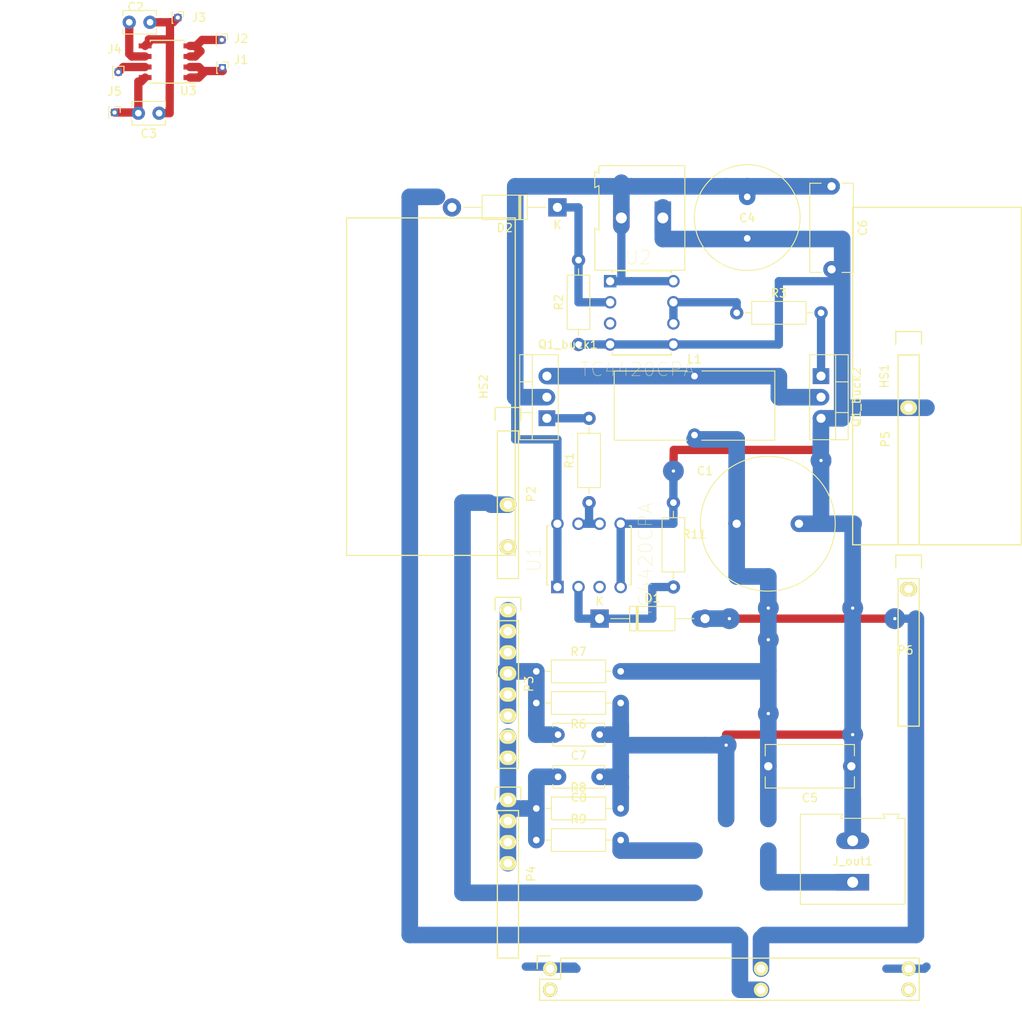
<source format=kicad_pcb>
(kicad_pcb (version 20171130) (host pcbnew 5.0.2-bee76a0~70~ubuntu18.10.1)

  (general
    (thickness 1.6)
    (drawings 0)
    (tracks 158)
    (zones 0)
    (modules 39)
    (nets 24)
  )

  (page A4 portrait)
  (layers
    (0 F.Cu signal)
    (31 B.Cu signal)
    (32 B.Adhes user)
    (33 F.Adhes user)
    (34 B.Paste user)
    (35 F.Paste user)
    (36 B.SilkS user)
    (37 F.SilkS user)
    (38 B.Mask user)
    (39 F.Mask user)
    (40 Dwgs.User user)
    (41 Cmts.User user)
    (42 Eco1.User user)
    (43 Eco2.User user)
    (44 Edge.Cuts user)
    (45 Margin user)
    (46 B.CrtYd user)
    (47 F.CrtYd user)
    (48 B.Fab user)
    (49 F.Fab user hide)
  )

  (setup
    (last_trace_width 1)
    (trace_clearance 0.2)
    (zone_clearance 0.508)
    (zone_45_only no)
    (trace_min 0.2)
    (segment_width 0.2)
    (edge_width 0.1)
    (via_size 1.5)
    (via_drill 0.4)
    (via_min_size 0.4)
    (via_min_drill 0.3)
    (uvia_size 0.3)
    (uvia_drill 0.1)
    (uvias_allowed no)
    (uvia_min_size 0.2)
    (uvia_min_drill 0.1)
    (pcb_text_width 0.3)
    (pcb_text_size 1.5 1.5)
    (mod_edge_width 0.15)
    (mod_text_size 1 1)
    (mod_text_width 0.15)
    (pad_size 0.85 0.85)
    (pad_drill 0.5)
    (pad_to_mask_clearance 0)
    (solder_mask_min_width 0.25)
    (aux_axis_origin 0 0)
    (visible_elements FFFFEF7F)
    (pcbplotparams
      (layerselection 0x010fc_ffffffff)
      (usegerberextensions false)
      (usegerberattributes false)
      (usegerberadvancedattributes false)
      (creategerberjobfile false)
      (excludeedgelayer true)
      (linewidth 0.100000)
      (plotframeref false)
      (viasonmask false)
      (mode 1)
      (useauxorigin false)
      (hpglpennumber 1)
      (hpglpenspeed 20)
      (hpglpendiameter 15.000000)
      (psnegative false)
      (psa4output false)
      (plotreference true)
      (plotvalue true)
      (plotinvisibletext false)
      (padsonsilk false)
      (subtractmaskfromsilk false)
      (outputformat 1)
      (mirror false)
      (drillshape 1)
      (scaleselection 1)
      (outputdirectory ""))
  )

  (net 0 "")
  (net 1 GND)
  (net 2 ADC_Current)
  (net 3 +5V)
  (net 4 "Net-(D1-Pad2)")
  (net 5 "Net-(U1-Pad3)")
  (net 6 "Net-(R1-Pad1)")
  (net 7 PWM7)
  (net 8 "Net-(C2-Pad2)")
  (net 9 "Net-(Q1_buck1-Pad1)")
  (net 10 "Net-(J1-Pad1)")
  (net 11 "Net-(J2-Pad1)")
  (net 12 GNDREF)
  (net 13 "Net-(C1-Pad1)")
  (net 14 +12V)
  (net 15 ADC_VOUT_MAIN)
  (net 16 "Net-(J4-Pad1)")
  (net 17 "Net-(R3-Pad1)")
  (net 18 "Net-(Q1_buck2-Pad1)")
  (net 19 "Net-(D2-Pad2)")
  (net 20 "Net-(L1-Pad1)")
  (net 21 "Net-(U2-Pad3)")
  (net 22 PWM6)
  (net 23 "Net-(R9-Pad1)")

  (net_class Default "This is the default net class."
    (clearance 0.2)
    (trace_width 1)
    (via_dia 1.5)
    (via_drill 0.4)
    (uvia_dia 0.3)
    (uvia_drill 0.1)
    (add_net +12V)
    (add_net +5V)
    (add_net ADC_Current)
    (add_net ADC_VOUT_MAIN)
    (add_net GND)
    (add_net GNDREF)
    (add_net "Net-(C1-Pad1)")
    (add_net "Net-(C2-Pad2)")
    (add_net "Net-(D1-Pad2)")
    (add_net "Net-(D2-Pad2)")
    (add_net "Net-(J1-Pad1)")
    (add_net "Net-(J2-Pad1)")
    (add_net "Net-(J4-Pad1)")
    (add_net "Net-(L1-Pad1)")
    (add_net "Net-(Q1_buck1-Pad1)")
    (add_net "Net-(Q1_buck2-Pad1)")
    (add_net "Net-(R1-Pad1)")
    (add_net "Net-(R3-Pad1)")
    (add_net "Net-(R9-Pad1)")
    (add_net "Net-(U1-Pad3)")
    (add_net "Net-(U2-Pad3)")
    (add_net PWM6)
    (add_net PWM7)
  )

  (module Capacitor_THT:C_Radial_D12.5mm_H20.0mm_P5.00mm (layer F.Cu) (tedit 5BC5C9BA) (tstamp 5C56509D)
    (at 120.65 44.45 270)
    (descr "C, Radial series, Radial, pin pitch=5.00mm, diameter=12.5mm, height=20mm, Non-Polar Electrolytic Capacitor")
    (tags "C Radial series Radial pin pitch 5.00mm diameter 12.5mm height 20mm Non-Polar Electrolytic Capacitor")
    (path /5C52A86C)
    (fp_text reference C4 (at 2.54 0) (layer F.SilkS)
      (effects (font (size 1 1) (thickness 0.15)))
    )
    (fp_text value 1000u (at 2.5 7.5 270) (layer F.Fab)
      (effects (font (size 1 1) (thickness 0.15)))
    )
    (fp_circle (center 2.5 0) (end 8.75 0) (layer F.Fab) (width 0.1))
    (fp_circle (center 2.5 0) (end 8.87 0) (layer F.SilkS) (width 0.12))
    (fp_circle (center 2.5 0) (end 9 0) (layer F.CrtYd) (width 0.05))
    (fp_text user %R (at 2.5 0 270) (layer F.Fab)
      (effects (font (size 1 1) (thickness 0.15)))
    )
    (pad 1 thru_hole circle (at 0 0 270) (size 1.6 1.6) (drill 0.8) (layers *.Cu *.Mask)
      (net 14 +12V))
    (pad 2 thru_hole circle (at 5 0 270) (size 1.6 1.6) (drill 0.8) (layers *.Cu *.Mask)
      (net 1 GND))
    (model ${KISYS3DMOD}/Capacitor_THT.3dshapes/CP_Radial_D12.5mm_P5.00mm.step
      (at (xyz 0 0 0))
      (scale (xyz 1 1 1.6))
      (rotate (xyz 0 0 0))
    )
  )

  (module TerminalBlock:TerminalBlock_Altech_AK300-2_P5.00mm (layer F.Cu) (tedit 5C4BD46A) (tstamp 5C4BD3C9)
    (at 110.49 46.99 180)
    (descr "Altech AK300 terminal block, pitch 5.0mm, 45 degree angled, see http://www.mouser.com/ds/2/16/PCBMETRC-24178.pdf")
    (tags "Altech AK300 terminal block pitch 5.0mm")
    (path /5C4BF483)
    (fp_text reference J_in1 (at 3.81 5.08) (layer B.Adhes)
      (effects (font (size 1 1) (thickness 0.15)) (justify mirror))
    )
    (fp_text value Screw_Terminal_01x02 (at 2.78 7.75 180) (layer F.Fab)
      (effects (font (size 1 1) (thickness 0.15)))
    )
    (fp_text user %R (at 2.5 -2 180) (layer F.Fab)
      (effects (font (size 1 1) (thickness 0.15)))
    )
    (fp_line (start -2.65 -6.3) (end -2.65 6.3) (layer F.SilkS) (width 0.12))
    (fp_line (start -2.65 6.3) (end 7.7 6.3) (layer F.SilkS) (width 0.12))
    (fp_line (start 7.7 6.3) (end 7.7 5.35) (layer F.SilkS) (width 0.12))
    (fp_line (start 7.7 5.35) (end 8.2 5.6) (layer F.SilkS) (width 0.12))
    (fp_line (start 8.2 5.6) (end 8.2 3.7) (layer F.SilkS) (width 0.12))
    (fp_line (start 8.2 3.7) (end 8.2 3.65) (layer F.SilkS) (width 0.12))
    (fp_line (start 8.2 3.65) (end 7.7 3.9) (layer F.SilkS) (width 0.12))
    (fp_line (start 7.7 3.9) (end 7.7 -1.5) (layer F.SilkS) (width 0.12))
    (fp_line (start 7.7 -1.5) (end 8.2 -1.2) (layer F.SilkS) (width 0.12))
    (fp_line (start 8.2 -1.2) (end 8.2 -6.3) (layer F.SilkS) (width 0.12))
    (fp_line (start 8.2 -6.3) (end -2.65 -6.3) (layer F.SilkS) (width 0.12))
    (fp_line (start -1.26 2.54) (end 1.28 2.54) (layer F.Fab) (width 0.1))
    (fp_line (start 1.28 2.54) (end 1.28 -0.25) (layer F.Fab) (width 0.1))
    (fp_line (start -1.26 -0.25) (end 1.28 -0.25) (layer F.Fab) (width 0.1))
    (fp_line (start -1.26 2.54) (end -1.26 -0.25) (layer F.Fab) (width 0.1))
    (fp_line (start 3.74 2.54) (end 6.28 2.54) (layer F.Fab) (width 0.1))
    (fp_line (start 6.28 2.54) (end 6.28 -0.25) (layer F.Fab) (width 0.1))
    (fp_line (start 3.74 -0.25) (end 6.28 -0.25) (layer F.Fab) (width 0.1))
    (fp_line (start 3.74 2.54) (end 3.74 -0.25) (layer F.Fab) (width 0.1))
    (fp_line (start 7.61 -6.22) (end 7.61 -3.17) (layer F.Fab) (width 0.1))
    (fp_line (start 7.61 -6.22) (end -2.58 -6.22) (layer F.Fab) (width 0.1))
    (fp_line (start 7.61 -6.22) (end 8.11 -6.22) (layer F.Fab) (width 0.1))
    (fp_line (start 8.11 -6.22) (end 8.11 -1.4) (layer F.Fab) (width 0.1))
    (fp_line (start 8.11 -1.4) (end 7.61 -1.65) (layer F.Fab) (width 0.1))
    (fp_line (start 8.11 5.46) (end 7.61 5.21) (layer F.Fab) (width 0.1))
    (fp_line (start 7.61 5.21) (end 7.61 6.22) (layer F.Fab) (width 0.1))
    (fp_line (start 8.11 3.81) (end 7.61 4.06) (layer F.Fab) (width 0.1))
    (fp_line (start 7.61 4.06) (end 7.61 5.21) (layer F.Fab) (width 0.1))
    (fp_line (start 8.11 3.81) (end 8.11 5.46) (layer F.Fab) (width 0.1))
    (fp_line (start 2.98 6.22) (end 2.98 4.32) (layer F.Fab) (width 0.1))
    (fp_line (start 7.05 -0.25) (end 7.05 4.32) (layer F.Fab) (width 0.1))
    (fp_line (start 2.98 6.22) (end 7.05 6.22) (layer F.Fab) (width 0.1))
    (fp_line (start 7.05 6.22) (end 7.61 6.22) (layer F.Fab) (width 0.1))
    (fp_line (start 2.04 6.22) (end 2.04 4.32) (layer F.Fab) (width 0.1))
    (fp_line (start 2.04 6.22) (end 2.98 6.22) (layer F.Fab) (width 0.1))
    (fp_line (start -2.02 -0.25) (end -2.02 4.32) (layer F.Fab) (width 0.1))
    (fp_line (start -2.58 6.22) (end -2.02 6.22) (layer F.Fab) (width 0.1))
    (fp_line (start -2.02 6.22) (end 2.04 6.22) (layer F.Fab) (width 0.1))
    (fp_line (start 2.98 4.32) (end 7.05 4.32) (layer F.Fab) (width 0.1))
    (fp_line (start 2.98 4.32) (end 2.98 -0.25) (layer F.Fab) (width 0.1))
    (fp_line (start 7.05 4.32) (end 7.05 6.22) (layer F.Fab) (width 0.1))
    (fp_line (start 2.04 4.32) (end -2.02 4.32) (layer F.Fab) (width 0.1))
    (fp_line (start 2.04 4.32) (end 2.04 -0.25) (layer F.Fab) (width 0.1))
    (fp_line (start -2.02 4.32) (end -2.02 6.22) (layer F.Fab) (width 0.1))
    (fp_line (start 6.67 3.68) (end 6.67 0.51) (layer F.Fab) (width 0.1))
    (fp_line (start 6.67 3.68) (end 3.36 3.68) (layer F.Fab) (width 0.1))
    (fp_line (start 3.36 3.68) (end 3.36 0.51) (layer F.Fab) (width 0.1))
    (fp_line (start 1.66 3.68) (end 1.66 0.51) (layer F.Fab) (width 0.1))
    (fp_line (start 1.66 3.68) (end -1.64 3.68) (layer F.Fab) (width 0.1))
    (fp_line (start -1.64 3.68) (end -1.64 0.51) (layer F.Fab) (width 0.1))
    (fp_line (start -1.64 0.51) (end -1.26 0.51) (layer F.Fab) (width 0.1))
    (fp_line (start 1.66 0.51) (end 1.28 0.51) (layer F.Fab) (width 0.1))
    (fp_line (start 3.36 0.51) (end 3.74 0.51) (layer F.Fab) (width 0.1))
    (fp_line (start 6.67 0.51) (end 6.28 0.51) (layer F.Fab) (width 0.1))
    (fp_line (start -2.58 6.22) (end -2.58 -0.64) (layer F.Fab) (width 0.1))
    (fp_line (start -2.58 -0.64) (end -2.58 -3.17) (layer F.Fab) (width 0.1))
    (fp_line (start 7.61 -1.65) (end 7.61 -0.64) (layer F.Fab) (width 0.1))
    (fp_line (start 7.61 -0.64) (end 7.61 4.06) (layer F.Fab) (width 0.1))
    (fp_line (start -2.58 -3.17) (end 7.61 -3.17) (layer F.Fab) (width 0.1))
    (fp_line (start -2.58 -3.17) (end -2.58 -6.22) (layer F.Fab) (width 0.1))
    (fp_line (start 7.61 -3.17) (end 7.61 -1.65) (layer F.Fab) (width 0.1))
    (fp_line (start 2.98 -3.43) (end 2.98 -5.97) (layer F.Fab) (width 0.1))
    (fp_line (start 2.98 -5.97) (end 7.05 -5.97) (layer F.Fab) (width 0.1))
    (fp_line (start 7.05 -5.97) (end 7.05 -3.43) (layer F.Fab) (width 0.1))
    (fp_line (start 7.05 -3.43) (end 2.98 -3.43) (layer F.Fab) (width 0.1))
    (fp_line (start 2.04 -3.43) (end 2.04 -5.97) (layer F.Fab) (width 0.1))
    (fp_line (start 2.04 -3.43) (end -2.02 -3.43) (layer F.Fab) (width 0.1))
    (fp_line (start -2.02 -3.43) (end -2.02 -5.97) (layer F.Fab) (width 0.1))
    (fp_line (start 2.04 -5.97) (end -2.02 -5.97) (layer F.Fab) (width 0.1))
    (fp_line (start 3.39 -4.45) (end 6.44 -5.08) (layer F.Fab) (width 0.1))
    (fp_line (start 3.52 -4.32) (end 6.56 -4.95) (layer F.Fab) (width 0.1))
    (fp_line (start -1.62 -4.45) (end 1.44 -5.08) (layer F.Fab) (width 0.1))
    (fp_line (start -1.49 -4.32) (end 1.56 -4.95) (layer F.Fab) (width 0.1))
    (fp_line (start -2.02 -0.25) (end -1.64 -0.25) (layer F.Fab) (width 0.1))
    (fp_line (start 2.04 -0.25) (end 1.66 -0.25) (layer F.Fab) (width 0.1))
    (fp_line (start 1.66 -0.25) (end -1.64 -0.25) (layer F.Fab) (width 0.1))
    (fp_line (start -2.58 -0.64) (end -1.64 -0.64) (layer F.Fab) (width 0.1))
    (fp_line (start -1.64 -0.64) (end 1.66 -0.64) (layer F.Fab) (width 0.1))
    (fp_line (start 1.66 -0.64) (end 3.36 -0.64) (layer F.Fab) (width 0.1))
    (fp_line (start 7.61 -0.64) (end 6.67 -0.64) (layer F.Fab) (width 0.1))
    (fp_line (start 6.67 -0.64) (end 3.36 -0.64) (layer F.Fab) (width 0.1))
    (fp_line (start 7.05 -0.25) (end 6.67 -0.25) (layer F.Fab) (width 0.1))
    (fp_line (start 2.98 -0.25) (end 3.36 -0.25) (layer F.Fab) (width 0.1))
    (fp_line (start 3.36 -0.25) (end 6.67 -0.25) (layer F.Fab) (width 0.1))
    (fp_line (start -2.83 -6.47) (end 8.36 -6.47) (layer F.CrtYd) (width 0.05))
    (fp_line (start -2.83 -6.47) (end -2.83 6.47) (layer F.CrtYd) (width 0.05))
    (fp_line (start 8.36 6.47) (end 8.36 -6.47) (layer F.CrtYd) (width 0.05))
    (fp_line (start 8.36 6.47) (end -2.83 6.47) (layer F.CrtYd) (width 0.05))
    (fp_arc (start 6.03 -4.59) (end 6.54 -5.05) (angle 90.5) (layer F.Fab) (width 0.1))
    (fp_arc (start 5.07 -6.07) (end 6.53 -4.12) (angle 75.5) (layer F.Fab) (width 0.1))
    (fp_arc (start 4.99 -3.71) (end 3.39 -5) (angle 100) (layer F.Fab) (width 0.1))
    (fp_arc (start 3.87 -4.65) (end 3.58 -4.13) (angle 104.2) (layer F.Fab) (width 0.1))
    (fp_arc (start 1.03 -4.59) (end 1.53 -5.05) (angle 90.5) (layer F.Fab) (width 0.1))
    (fp_arc (start 0.06 -6.07) (end 1.53 -4.12) (angle 75.5) (layer F.Fab) (width 0.1))
    (fp_arc (start -0.01 -3.71) (end -1.62 -5) (angle 100) (layer F.Fab) (width 0.1))
    (fp_arc (start -1.13 -4.65) (end -1.42 -4.13) (angle 104.2) (layer F.Fab) (width 0.1))
    (pad 1 thru_hole rect (at 0 0 180) (size 1.98 3.96) (drill 1.32) (layers *.Cu *.Mask)
      (net 1 GND))
    (pad 2 thru_hole oval (at 5 0 180) (size 1.98 3.96) (drill 1.32) (layers *.Cu *.Mask)
      (net 14 +12V))
    (model /home/fgl27/Downloads/kicad_layouts_etc/TerminalBlock_Altech.3dshapes/Altech_AK300_1x02_P5.00mm_45-Degree.wrl
      (at (xyz 0 0 0))
      (scale (xyz 1 1 0.9))
      (rotate (xyz 0 0 0))
    )
  )

  (module Capacitor_THT:C_Disc_D6.0mm_W2.5mm_P5.00mm (layer F.Cu) (tedit 5AE50EF0) (tstamp 5C821683)
    (at 102.87 109.22 180)
    (descr "C, Disc series, Radial, pin pitch=5.00mm, , diameter*width=6*2.5mm^2, Capacitor, http://cdn-reichelt.de/documents/datenblatt/B300/DS_KERKO_TC.pdf")
    (tags "C Disc series Radial pin pitch 5.00mm  diameter 6mm width 2.5mm Capacitor")
    (path /5C840ADA)
    (fp_text reference C7 (at 2.5 -2.5 180) (layer F.SilkS)
      (effects (font (size 1 1) (thickness 0.15)))
    )
    (fp_text value 10p (at 2.5 2.5 180) (layer F.Fab)
      (effects (font (size 1 1) (thickness 0.15)))
    )
    (fp_text user %R (at 2.5 0 180) (layer F.Fab)
      (effects (font (size 1 1) (thickness 0.15)))
    )
    (fp_line (start 6.05 -1.5) (end -1.05 -1.5) (layer F.CrtYd) (width 0.05))
    (fp_line (start 6.05 1.5) (end 6.05 -1.5) (layer F.CrtYd) (width 0.05))
    (fp_line (start -1.05 1.5) (end 6.05 1.5) (layer F.CrtYd) (width 0.05))
    (fp_line (start -1.05 -1.5) (end -1.05 1.5) (layer F.CrtYd) (width 0.05))
    (fp_line (start 5.62 0.925) (end 5.62 1.37) (layer F.SilkS) (width 0.12))
    (fp_line (start 5.62 -1.37) (end 5.62 -0.925) (layer F.SilkS) (width 0.12))
    (fp_line (start -0.62 0.925) (end -0.62 1.37) (layer F.SilkS) (width 0.12))
    (fp_line (start -0.62 -1.37) (end -0.62 -0.925) (layer F.SilkS) (width 0.12))
    (fp_line (start -0.62 1.37) (end 5.62 1.37) (layer F.SilkS) (width 0.12))
    (fp_line (start -0.62 -1.37) (end 5.62 -1.37) (layer F.SilkS) (width 0.12))
    (fp_line (start 5.5 -1.25) (end -0.5 -1.25) (layer F.Fab) (width 0.1))
    (fp_line (start 5.5 1.25) (end 5.5 -1.25) (layer F.Fab) (width 0.1))
    (fp_line (start -0.5 1.25) (end 5.5 1.25) (layer F.Fab) (width 0.1))
    (fp_line (start -0.5 -1.25) (end -0.5 1.25) (layer F.Fab) (width 0.1))
    (pad 2 thru_hole circle (at 5 0 180) (size 1.6 1.6) (drill 0.8) (layers *.Cu *.Mask)
      (net 15 ADC_VOUT_MAIN))
    (pad 1 thru_hole circle (at 0 0 180) (size 1.6 1.6) (drill 0.8) (layers *.Cu *.Mask)
      (net 1 GND))
    (model ${KISYS3DMOD}/Capacitor_THT.3dshapes/C_Disc_D6.0mm_W2.5mm_P5.00mm.wrl
      (at (xyz 0 0 0))
      (scale (xyz 1 1 1))
      (rotate (xyz 0 0 0))
    )
  )

  (module Capacitor_THT:C_Disc_D6.0mm_W2.5mm_P5.00mm (layer F.Cu) (tedit 5AE50EF0) (tstamp 5C82166E)
    (at 102.87 114.3 180)
    (descr "C, Disc series, Radial, pin pitch=5.00mm, , diameter*width=6*2.5mm^2, Capacitor, http://cdn-reichelt.de/documents/datenblatt/B300/DS_KERKO_TC.pdf")
    (tags "C Disc series Radial pin pitch 5.00mm  diameter 6mm width 2.5mm Capacitor")
    (path /5C81DF05)
    (fp_text reference C8 (at 2.5 -2.5 180) (layer F.SilkS)
      (effects (font (size 1 1) (thickness 0.15)))
    )
    (fp_text value 10p (at 2.5 2.5 180) (layer F.Fab)
      (effects (font (size 1 1) (thickness 0.15)))
    )
    (fp_line (start -0.5 -1.25) (end -0.5 1.25) (layer F.Fab) (width 0.1))
    (fp_line (start -0.5 1.25) (end 5.5 1.25) (layer F.Fab) (width 0.1))
    (fp_line (start 5.5 1.25) (end 5.5 -1.25) (layer F.Fab) (width 0.1))
    (fp_line (start 5.5 -1.25) (end -0.5 -1.25) (layer F.Fab) (width 0.1))
    (fp_line (start -0.62 -1.37) (end 5.62 -1.37) (layer F.SilkS) (width 0.12))
    (fp_line (start -0.62 1.37) (end 5.62 1.37) (layer F.SilkS) (width 0.12))
    (fp_line (start -0.62 -1.37) (end -0.62 -0.925) (layer F.SilkS) (width 0.12))
    (fp_line (start -0.62 0.925) (end -0.62 1.37) (layer F.SilkS) (width 0.12))
    (fp_line (start 5.62 -1.37) (end 5.62 -0.925) (layer F.SilkS) (width 0.12))
    (fp_line (start 5.62 0.925) (end 5.62 1.37) (layer F.SilkS) (width 0.12))
    (fp_line (start -1.05 -1.5) (end -1.05 1.5) (layer F.CrtYd) (width 0.05))
    (fp_line (start -1.05 1.5) (end 6.05 1.5) (layer F.CrtYd) (width 0.05))
    (fp_line (start 6.05 1.5) (end 6.05 -1.5) (layer F.CrtYd) (width 0.05))
    (fp_line (start 6.05 -1.5) (end -1.05 -1.5) (layer F.CrtYd) (width 0.05))
    (fp_text user %R (at 2.5 0 180) (layer F.Fab)
      (effects (font (size 1 1) (thickness 0.15)))
    )
    (pad 1 thru_hole circle (at 0 0 180) (size 1.6 1.6) (drill 0.8) (layers *.Cu *.Mask)
      (net 1 GND))
    (pad 2 thru_hole circle (at 5 0 180) (size 1.6 1.6) (drill 0.8) (layers *.Cu *.Mask)
      (net 2 ADC_Current))
    (model ${KISYS3DMOD}/Capacitor_THT.3dshapes/C_Disc_D6.0mm_W2.5mm_P5.00mm.wrl
      (at (xyz 0 0 0))
      (scale (xyz 1 1 1))
      (rotate (xyz 0 0 0))
    )
  )

  (module Socket_Arduino_Mega:Socket_Strip_Arduino_2x18 locked (layer F.Cu) (tedit 5C81B3D9) (tstamp 5C4A6261)
    (at 96.910917 137.408441)
    (descr "Through hole socket strip")
    (tags "socket strip")
    (path /56D743B5)
    (fp_text reference "ARDUINO DIGITAL I/O" (at 16.119083 5.842) (layer B.Adhes)
      (effects (font (size 1 1) (thickness 0.15)) (justify mirror))
    )
    (fp_text value Digital (at 21.59 -4.572) (layer F.Fab)
      (effects (font (size 1 1) (thickness 0.15)))
    )
    (fp_line (start -1.75 -1.75) (end -1.75 4.3) (layer F.CrtYd) (width 0.05))
    (fp_line (start 44.95 -1.75) (end 44.95 4.3) (layer F.CrtYd) (width 0.05))
    (fp_line (start -1.75 -1.75) (end 44.95 -1.75) (layer F.CrtYd) (width 0.05))
    (fp_line (start -1.75 4.3) (end 44.95 4.3) (layer F.CrtYd) (width 0.05))
    (fp_line (start -1.27 3.81) (end 44.45 3.81) (layer F.SilkS) (width 0.15))
    (fp_line (start 44.45 -1.27) (end 1.27 -1.27) (layer F.SilkS) (width 0.15))
    (fp_line (start 44.45 3.81) (end 44.45 -1.27) (layer F.SilkS) (width 0.15))
    (fp_line (start -1.27 3.81) (end -1.27 1.27) (layer F.SilkS) (width 0.15))
    (fp_line (start 0 -1.55) (end -1.55 -1.55) (layer F.SilkS) (width 0.15))
    (fp_line (start -1.27 1.27) (end 1.27 1.27) (layer F.SilkS) (width 0.15))
    (fp_line (start 1.27 1.27) (end 1.27 -1.27) (layer F.SilkS) (width 0.15))
    (fp_line (start -1.55 -1.55) (end -1.55 0) (layer F.SilkS) (width 0.15))
    (pad 35 thru_hole oval (at 25.4 2.54) (size 1.7272 1.7272) (drill 1.016) (layers *.Cu *.Mask F.SilkS))
    (pad 34 thru_hole oval (at 25.4 0) (size 1.7272 1.7272) (drill 1.016) (layers *.Cu *.Mask F.SilkS))
    (pad 54 thru_hole oval (at 0 0) (size 1.7272 1.7272) (drill 1.016) (layers *.Cu *.Mask F.SilkS))
    (pad 21 thru_hole oval (at 43.18 2.54) (size 1.7272 1.7272) (drill 1.016) (layers *.Cu *.Mask F.SilkS))
    (pad 55 thru_hole oval (at 0 2.54) (size 1.7272 1.7272) (drill 1.016) (layers *.Cu *.Mask F.SilkS))
    (pad 20 thru_hole oval (at 43.18 0) (size 1.7272 1.7272) (drill 1.016) (layers *.Cu *.Mask F.SilkS))
  )

  (module Diode_THT:D_DO-41_SOD81_P12.70mm_Horizontal (layer F.Cu) (tedit 5C8051D3) (tstamp 5C80A0F2)
    (at 97.79 45.72 180)
    (descr "Diode, DO-41_SOD81 series, Axial, Horizontal, pin pitch=12.7mm, , length*diameter=5.2*2.7mm^2, , http://www.diodes.com/_files/packages/DO-41%20(Plastic).pdf")
    (tags "Diode DO-41_SOD81 series Axial Horizontal pin pitch 12.7mm  length 5.2mm diameter 2.7mm")
    (path /5C8086ED)
    (fp_text reference D2 (at 6.35 -2.47 180) (layer F.SilkS)
      (effects (font (size 1 1) (thickness 0.15)))
    )
    (fp_text value DIODE (at 6.35 2.47 180) (layer F.Fab)
      (effects (font (size 1 1) (thickness 0.15)))
    )
    (fp_line (start 3.75 -1.35) (end 3.75 1.35) (layer F.Fab) (width 0.1))
    (fp_line (start 3.75 1.35) (end 8.95 1.35) (layer F.Fab) (width 0.1))
    (fp_line (start 8.95 1.35) (end 8.95 -1.35) (layer F.Fab) (width 0.1))
    (fp_line (start 8.95 -1.35) (end 3.75 -1.35) (layer F.Fab) (width 0.1))
    (fp_line (start 0 0) (end 3.75 0) (layer F.Fab) (width 0.1))
    (fp_line (start 12.7 0) (end 8.95 0) (layer F.Fab) (width 0.1))
    (fp_line (start 4.53 -1.35) (end 4.53 1.35) (layer F.Fab) (width 0.1))
    (fp_line (start 4.63 -1.35) (end 4.63 1.35) (layer F.Fab) (width 0.1))
    (fp_line (start 4.43 -1.35) (end 4.43 1.35) (layer F.Fab) (width 0.1))
    (fp_line (start 3.63 -1.47) (end 3.63 1.47) (layer F.SilkS) (width 0.12))
    (fp_line (start 3.63 1.47) (end 9.07 1.47) (layer F.SilkS) (width 0.12))
    (fp_line (start 9.07 1.47) (end 9.07 -1.47) (layer F.SilkS) (width 0.12))
    (fp_line (start 9.07 -1.47) (end 3.63 -1.47) (layer F.SilkS) (width 0.12))
    (fp_line (start 1.34 0) (end 3.63 0) (layer F.SilkS) (width 0.12))
    (fp_line (start 11.36 0) (end 9.07 0) (layer F.SilkS) (width 0.12))
    (fp_line (start 4.53 -1.47) (end 4.53 1.47) (layer F.SilkS) (width 0.12))
    (fp_line (start 4.65 -1.47) (end 4.65 1.47) (layer F.SilkS) (width 0.12))
    (fp_line (start 4.41 -1.47) (end 4.41 1.47) (layer F.SilkS) (width 0.12))
    (fp_line (start -1.35 -1.6) (end -1.35 1.6) (layer F.CrtYd) (width 0.05))
    (fp_line (start -1.35 1.6) (end 14.05 1.6) (layer F.CrtYd) (width 0.05))
    (fp_line (start 14.05 1.6) (end 14.05 -1.6) (layer F.CrtYd) (width 0.05))
    (fp_line (start 14.05 -1.6) (end -1.35 -1.6) (layer F.CrtYd) (width 0.05))
    (fp_text user %R (at 6.74 0 180) (layer F.Fab)
      (effects (font (size 1 1) (thickness 0.15)))
    )
    (fp_text user K (at 0 -2.1 180) (layer F.Fab)
      (effects (font (size 1 1) (thickness 0.15)))
    )
    (fp_text user K (at 0 -2.1 180) (layer F.SilkS)
      (effects (font (size 1 1) (thickness 0.15)))
    )
    (pad 2 thru_hole rect (at 0 0 180) (size 2.2 2.2) (drill 1.1) (layers *.Cu *.Mask)
      (net 19 "Net-(D2-Pad2)"))
    (pad 1 thru_hole oval (at 12.7 0 180) (size 2.2 2.2) (drill 1.1) (layers *.Cu *.Mask)
      (net 22 PWM6))
    (model ${KISYS3DMOD}/Diode_THT.3dshapes/D_DO-41_SOD81_P12.70mm_Horizontal.wrl
      (at (xyz 0 0 0))
      (scale (xyz 1 1 1))
      (rotate (xyz 0 0 0))
    )
  )

  (module DIP254P762X533-8 (layer F.Cu) (tedit 5C804F76) (tstamp 5C80A3ED)
    (at 111.76 62.23)
    (path /5C8086E6)
    (fp_text reference U2 (at -4.22171 -10.4526) (layer F.SilkS)
      (effects (font (size 1.64207 1.64207) (thickness 0.05)))
    )
    (fp_text value TC4420CPA (at -4.35178 3.00298) (layer F.SilkS)
      (effects (font (size 1.64317 1.64317) (thickness 0.05)))
    )
    (fp_line (start -7.366 -8.89) (end -7.366 1.27) (layer Dwgs.User) (width 0.1524))
    (fp_line (start -0.254 -8.89) (end -7.366 -8.89) (layer Dwgs.User) (width 0.1524))
    (fp_line (start -0.254 1.27) (end -0.254 -8.89) (layer Dwgs.User) (width 0.1524))
    (fp_line (start -7.366 1.27) (end -0.254 1.27) (layer Dwgs.User) (width 0.1524))
    (fp_line (start 0.4826 -8.128) (end -0.254 -8.128) (layer Dwgs.User) (width 0.1524))
    (fp_line (start 0.4826 -7.112) (end 0.4826 -8.128) (layer Dwgs.User) (width 0.1524))
    (fp_line (start -0.254 -7.112) (end 0.4826 -7.112) (layer Dwgs.User) (width 0.1524))
    (fp_line (start -0.254 -8.128) (end -0.254 -7.112) (layer Dwgs.User) (width 0.1524))
    (fp_line (start 0.4826 -5.588) (end -0.254 -5.588) (layer Dwgs.User) (width 0.1524))
    (fp_line (start 0.4826 -4.572) (end 0.4826 -5.588) (layer Dwgs.User) (width 0.1524))
    (fp_line (start -0.254 -4.572) (end 0.4826 -4.572) (layer Dwgs.User) (width 0.1524))
    (fp_line (start -0.254 -5.588) (end -0.254 -4.572) (layer Dwgs.User) (width 0.1524))
    (fp_line (start 0.4826 -3.048) (end -0.254 -3.048) (layer Dwgs.User) (width 0.1524))
    (fp_line (start 0.508 -2.0574) (end 0.4826 -3.048) (layer Dwgs.User) (width 0.1524))
    (fp_line (start -0.254 -2.032) (end 0.508 -2.0574) (layer Dwgs.User) (width 0.1524))
    (fp_line (start -0.254 -3.048) (end -0.254 -2.032) (layer Dwgs.User) (width 0.1524))
    (fp_line (start 0.508 -0.508) (end -0.254 -0.508) (layer Dwgs.User) (width 0.1524))
    (fp_line (start 0.508 0.4826) (end 0.508 -0.508) (layer Dwgs.User) (width 0.1524))
    (fp_line (start -0.254 0.508) (end 0.508 0.4826) (layer Dwgs.User) (width 0.1524))
    (fp_line (start -0.254 -0.508) (end -0.254 0.508) (layer Dwgs.User) (width 0.1524))
    (fp_line (start -8.128 0.508) (end -7.366 0.508) (layer Dwgs.User) (width 0.1524))
    (fp_line (start -8.128 -0.4826) (end -8.128 0.508) (layer Dwgs.User) (width 0.1524))
    (fp_line (start -7.366 -0.508) (end -8.128 -0.4826) (layer Dwgs.User) (width 0.1524))
    (fp_line (start -7.366 0.508) (end -7.366 -0.508) (layer Dwgs.User) (width 0.1524))
    (fp_line (start -8.128 -2.032) (end -7.366 -2.032) (layer Dwgs.User) (width 0.1524))
    (fp_line (start -8.128 -3.048) (end -8.128 -2.032) (layer Dwgs.User) (width 0.1524))
    (fp_line (start -7.366 -3.048) (end -8.128 -3.048) (layer Dwgs.User) (width 0.1524))
    (fp_line (start -7.366 -2.032) (end -7.366 -3.048) (layer Dwgs.User) (width 0.1524))
    (fp_line (start -8.128 -4.572) (end -7.366 -4.572) (layer Dwgs.User) (width 0.1524))
    (fp_line (start -8.128 -5.588) (end -8.128 -4.572) (layer Dwgs.User) (width 0.1524))
    (fp_line (start -7.366 -5.588) (end -8.128 -5.588) (layer Dwgs.User) (width 0.1524))
    (fp_line (start -7.366 -4.572) (end -7.366 -5.588) (layer Dwgs.User) (width 0.1524))
    (fp_line (start -8.128 -7.112) (end -7.366 -7.112) (layer Dwgs.User) (width 0.1524))
    (fp_line (start -8.128 -8.128) (end -8.128 -7.112) (layer Dwgs.User) (width 0.1524))
    (fp_line (start -7.366 -8.128) (end -8.128 -8.128) (layer Dwgs.User) (width 0.1524))
    (fp_line (start -7.366 -7.112) (end -7.366 -8.128) (layer Dwgs.User) (width 0.1524))
    (fp_line (start -7.366 -8.89) (end -7.366 -8.7122) (layer F.SilkS) (width 0.1524))
    (fp_line (start -0.254 -8.89) (end -7.366 -8.89) (layer F.SilkS) (width 0.1524))
    (fp_line (start -0.254 1.27) (end -0.254 1.0414) (layer F.SilkS) (width 0.1524))
    (fp_line (start -7.366 1.27) (end -0.254 1.27) (layer F.SilkS) (width 0.1524))
    (fp_line (start -7.366 1.0414) (end -7.366 1.27) (layer F.SilkS) (width 0.1524))
    (fp_line (start -0.254 -8.6614) (end -0.254 -8.89) (layer F.SilkS) (width 0.1524))
    (pad 8 thru_hole circle (at 0 -7.62) (size 1.4986 1.4986) (drill 0.9906) (layers *.Cu *.Mask)
      (net 14 +12V))
    (pad 7 thru_hole circle (at 0 -5.08) (size 1.4986 1.4986) (drill 0.9906) (layers *.Cu *.Mask)
      (net 17 "Net-(R3-Pad1)"))
    (pad 6 thru_hole circle (at 0 -2.54) (size 1.4986 1.4986) (drill 0.9906) (layers *.Cu *.Mask)
      (net 17 "Net-(R3-Pad1)"))
    (pad 5 thru_hole circle (at 0 0) (size 1.4986 1.4986) (drill 0.9906) (layers *.Cu *.Mask)
      (net 1 GND))
    (pad 4 thru_hole circle (at -7.62 0) (size 1.4986 1.4986) (drill 0.9906) (layers *.Cu *.Mask)
      (net 1 GND))
    (pad 3 thru_hole circle (at -7.62 -2.54) (size 1.4986 1.4986) (drill 0.9906) (layers *.Cu *.Mask)
      (net 21 "Net-(U2-Pad3)"))
    (pad 2 thru_hole circle (at -7.62 -5.08) (size 1.4986 1.4986) (drill 0.9906) (layers *.Cu *.Mask)
      (net 19 "Net-(D2-Pad2)"))
    (pad 1 thru_hole rect (at -7.62 -7.62) (size 1.4986 1.4986) (drill 0.9906) (layers *.Cu *.Mask)
      (net 14 +12V))
    (model ${KISYS3DMOD}/Sockets_DIP.3dshapes/DIP-8__300_ELL.wrl
      (offset (xyz -3.75 3.75 0))
      (scale (xyz 1 1 1))
      (rotate (xyz 0 0 90))
    )
  )

  (module Package_TO_SOT_THT:TO-220-3_Vertical (layer F.Cu) (tedit 5AC8BA0D) (tstamp 5C809FE3)
    (at 129.54 66.04 270)
    (descr "TO-220-3, Vertical, RM 2.54mm, see https://www.vishay.com/docs/66542/to-220-1.pdf")
    (tags "TO-220-3 Vertical RM 2.54mm")
    (path /5C80F4DF)
    (fp_text reference Q1_buck2 (at 2.54 -4.27 270) (layer F.SilkS)
      (effects (font (size 1 1) (thickness 0.15)))
    )
    (fp_text value IRLZ44N (at 2.54 2.5 270) (layer F.Fab)
      (effects (font (size 1 1) (thickness 0.15)))
    )
    (fp_line (start -2.46 -3.15) (end -2.46 1.25) (layer F.Fab) (width 0.1))
    (fp_line (start -2.46 1.25) (end 7.54 1.25) (layer F.Fab) (width 0.1))
    (fp_line (start 7.54 1.25) (end 7.54 -3.15) (layer F.Fab) (width 0.1))
    (fp_line (start 7.54 -3.15) (end -2.46 -3.15) (layer F.Fab) (width 0.1))
    (fp_line (start -2.46 -1.88) (end 7.54 -1.88) (layer F.Fab) (width 0.1))
    (fp_line (start 0.69 -3.15) (end 0.69 -1.88) (layer F.Fab) (width 0.1))
    (fp_line (start 4.39 -3.15) (end 4.39 -1.88) (layer F.Fab) (width 0.1))
    (fp_line (start -2.58 -3.27) (end 7.66 -3.27) (layer F.SilkS) (width 0.12))
    (fp_line (start -2.58 1.371) (end 7.66 1.371) (layer F.SilkS) (width 0.12))
    (fp_line (start -2.58 -3.27) (end -2.58 1.371) (layer F.SilkS) (width 0.12))
    (fp_line (start 7.66 -3.27) (end 7.66 1.371) (layer F.SilkS) (width 0.12))
    (fp_line (start -2.58 -1.76) (end 7.66 -1.76) (layer F.SilkS) (width 0.12))
    (fp_line (start 0.69 -3.27) (end 0.69 -1.76) (layer F.SilkS) (width 0.12))
    (fp_line (start 4.391 -3.27) (end 4.391 -1.76) (layer F.SilkS) (width 0.12))
    (fp_line (start -2.71 -3.4) (end -2.71 1.51) (layer F.CrtYd) (width 0.05))
    (fp_line (start -2.71 1.51) (end 7.79 1.51) (layer F.CrtYd) (width 0.05))
    (fp_line (start 7.79 1.51) (end 7.79 -3.4) (layer F.CrtYd) (width 0.05))
    (fp_line (start 7.79 -3.4) (end -2.71 -3.4) (layer F.CrtYd) (width 0.05))
    (fp_text user %R (at 2.54 -4.27 270) (layer F.Fab)
      (effects (font (size 1 1) (thickness 0.15)))
    )
    (pad 1 thru_hole rect (at 0 0 270) (size 1.905 2) (drill 1.1) (layers *.Cu *.Mask)
      (net 18 "Net-(Q1_buck2-Pad1)"))
    (pad 2 thru_hole oval (at 2.54 0 270) (size 1.905 2) (drill 1.1) (layers *.Cu *.Mask)
      (net 20 "Net-(L1-Pad1)"))
    (pad 3 thru_hole oval (at 5.08 0 270) (size 1.905 2) (drill 1.1) (layers *.Cu *.Mask)
      (net 1 GND))
    (model ${KISYS3DMOD}/Package_TO_SOT_THT.3dshapes/TO-220-3_Vertical.wrl
      (at (xyz 0 0 0))
      (scale (xyz 1 1 1))
      (rotate (xyz 0 0 0))
    )
  )

  (module Resistor_THT:R_Axial_DIN0207_L6.3mm_D2.5mm_P10.16mm_Horizontal (layer F.Cu) (tedit 5AE5139B) (tstamp 5C809F9D)
    (at 100.33 62.23 90)
    (descr "Resistor, Axial_DIN0207 series, Axial, Horizontal, pin pitch=10.16mm, 0.25W = 1/4W, length*diameter=6.3*2.5mm^2, http://cdn-reichelt.de/documents/datenblatt/B400/1_4W%23YAG.pdf")
    (tags "Resistor Axial_DIN0207 series Axial Horizontal pin pitch 10.16mm 0.25W = 1/4W length 6.3mm diameter 2.5mm")
    (path /5C80870A)
    (fp_text reference R2 (at 5.08 -2.37 90) (layer F.SilkS)
      (effects (font (size 1 1) (thickness 0.15)))
    )
    (fp_text value 10K (at 5.08 2.37 90) (layer F.Fab)
      (effects (font (size 1 1) (thickness 0.15)))
    )
    (fp_text user %R (at 5.08 0 90) (layer F.Fab)
      (effects (font (size 1 1) (thickness 0.15)))
    )
    (fp_line (start 11.21 -1.5) (end -1.05 -1.5) (layer F.CrtYd) (width 0.05))
    (fp_line (start 11.21 1.5) (end 11.21 -1.5) (layer F.CrtYd) (width 0.05))
    (fp_line (start -1.05 1.5) (end 11.21 1.5) (layer F.CrtYd) (width 0.05))
    (fp_line (start -1.05 -1.5) (end -1.05 1.5) (layer F.CrtYd) (width 0.05))
    (fp_line (start 9.12 0) (end 8.35 0) (layer F.SilkS) (width 0.12))
    (fp_line (start 1.04 0) (end 1.81 0) (layer F.SilkS) (width 0.12))
    (fp_line (start 8.35 -1.37) (end 1.81 -1.37) (layer F.SilkS) (width 0.12))
    (fp_line (start 8.35 1.37) (end 8.35 -1.37) (layer F.SilkS) (width 0.12))
    (fp_line (start 1.81 1.37) (end 8.35 1.37) (layer F.SilkS) (width 0.12))
    (fp_line (start 1.81 -1.37) (end 1.81 1.37) (layer F.SilkS) (width 0.12))
    (fp_line (start 10.16 0) (end 8.23 0) (layer F.Fab) (width 0.1))
    (fp_line (start 0 0) (end 1.93 0) (layer F.Fab) (width 0.1))
    (fp_line (start 8.23 -1.25) (end 1.93 -1.25) (layer F.Fab) (width 0.1))
    (fp_line (start 8.23 1.25) (end 8.23 -1.25) (layer F.Fab) (width 0.1))
    (fp_line (start 1.93 1.25) (end 8.23 1.25) (layer F.Fab) (width 0.1))
    (fp_line (start 1.93 -1.25) (end 1.93 1.25) (layer F.Fab) (width 0.1))
    (pad 2 thru_hole oval (at 10.16 0 90) (size 1.6 1.6) (drill 0.8) (layers *.Cu *.Mask)
      (net 19 "Net-(D2-Pad2)"))
    (pad 1 thru_hole circle (at 0 0 90) (size 1.6 1.6) (drill 0.8) (layers *.Cu *.Mask)
      (net 1 GND))
    (model ${KISYS3DMOD}/Resistor_THT.3dshapes/R_Axial_DIN0207_L6.3mm_D2.5mm_P10.16mm_Horizontal.wrl
      (at (xyz 0 0 0))
      (scale (xyz 1 1 1))
      (rotate (xyz 0 0 0))
    )
  )

  (module Resistor_THT:R_Axial_DIN0207_L6.3mm_D2.5mm_P10.16mm_Horizontal (layer F.Cu) (tedit 5AE5139B) (tstamp 5C809F86)
    (at 119.38 58.42)
    (descr "Resistor, Axial_DIN0207 series, Axial, Horizontal, pin pitch=10.16mm, 0.25W = 1/4W, length*diameter=6.3*2.5mm^2, http://cdn-reichelt.de/documents/datenblatt/B400/1_4W%23YAG.pdf")
    (tags "Resistor Axial_DIN0207 series Axial Horizontal pin pitch 10.16mm 0.25W = 1/4W length 6.3mm diameter 2.5mm")
    (path /5C80ABF1)
    (fp_text reference R3 (at 5.08 -2.37) (layer F.SilkS)
      (effects (font (size 1 1) (thickness 0.15)))
    )
    (fp_text value 47R (at 5.08 2.37) (layer F.Fab)
      (effects (font (size 1 1) (thickness 0.15)))
    )
    (fp_line (start 1.93 -1.25) (end 1.93 1.25) (layer F.Fab) (width 0.1))
    (fp_line (start 1.93 1.25) (end 8.23 1.25) (layer F.Fab) (width 0.1))
    (fp_line (start 8.23 1.25) (end 8.23 -1.25) (layer F.Fab) (width 0.1))
    (fp_line (start 8.23 -1.25) (end 1.93 -1.25) (layer F.Fab) (width 0.1))
    (fp_line (start 0 0) (end 1.93 0) (layer F.Fab) (width 0.1))
    (fp_line (start 10.16 0) (end 8.23 0) (layer F.Fab) (width 0.1))
    (fp_line (start 1.81 -1.37) (end 1.81 1.37) (layer F.SilkS) (width 0.12))
    (fp_line (start 1.81 1.37) (end 8.35 1.37) (layer F.SilkS) (width 0.12))
    (fp_line (start 8.35 1.37) (end 8.35 -1.37) (layer F.SilkS) (width 0.12))
    (fp_line (start 8.35 -1.37) (end 1.81 -1.37) (layer F.SilkS) (width 0.12))
    (fp_line (start 1.04 0) (end 1.81 0) (layer F.SilkS) (width 0.12))
    (fp_line (start 9.12 0) (end 8.35 0) (layer F.SilkS) (width 0.12))
    (fp_line (start -1.05 -1.5) (end -1.05 1.5) (layer F.CrtYd) (width 0.05))
    (fp_line (start -1.05 1.5) (end 11.21 1.5) (layer F.CrtYd) (width 0.05))
    (fp_line (start 11.21 1.5) (end 11.21 -1.5) (layer F.CrtYd) (width 0.05))
    (fp_line (start 11.21 -1.5) (end -1.05 -1.5) (layer F.CrtYd) (width 0.05))
    (fp_text user %R (at 5.08 0) (layer F.Fab)
      (effects (font (size 1 1) (thickness 0.15)))
    )
    (pad 1 thru_hole circle (at 0 0) (size 1.6 1.6) (drill 0.8) (layers *.Cu *.Mask)
      (net 17 "Net-(R3-Pad1)"))
    (pad 2 thru_hole oval (at 10.16 0) (size 1.6 1.6) (drill 0.8) (layers *.Cu *.Mask)
      (net 18 "Net-(Q1_buck2-Pad1)"))
    (model ${KISYS3DMOD}/Resistor_THT.3dshapes/R_Axial_DIN0207_L6.3mm_D2.5mm_P10.16mm_Horizontal.wrl
      (at (xyz 0 0 0))
      (scale (xyz 1 1 1))
      (rotate (xyz 0 0 0))
    )
  )

  (module Socket_Arduino_Mega:Socket_Strip_Arduino_1x10 locked (layer F.Cu) (tedit 5C587AE1) (tstamp 5C4A62CB)
    (at 140.090917 62.224441 270)
    (descr "Through hole socket strip")
    (tags "socket strip")
    (path /56D72368)
    (fp_text reference P5 (at 11.43 2.794 270) (layer F.SilkS)
      (effects (font (size 1 1) (thickness 0.15)))
    )
    (fp_text value PWM (at 11.43 4.318 270) (layer F.Fab)
      (effects (font (size 1 1) (thickness 0.15)))
    )
    (fp_line (start -1.75 -1.75) (end -1.75 1.75) (layer F.CrtYd) (width 0.05))
    (fp_line (start 24.65 -1.75) (end 24.65 1.75) (layer F.CrtYd) (width 0.05))
    (fp_line (start -1.75 -1.75) (end 24.65 -1.75) (layer F.CrtYd) (width 0.05))
    (fp_line (start -1.75 1.75) (end 24.65 1.75) (layer F.CrtYd) (width 0.05))
    (fp_line (start 1.27 1.27) (end 24.13 1.27) (layer F.SilkS) (width 0.15))
    (fp_line (start 24.13 1.27) (end 24.13 -1.27) (layer F.SilkS) (width 0.15))
    (fp_line (start 24.13 -1.27) (end 1.27 -1.27) (layer F.SilkS) (width 0.15))
    (fp_line (start -1.55 1.55) (end 0 1.55) (layer F.SilkS) (width 0.15))
    (fp_line (start 1.27 1.27) (end 1.27 -1.27) (layer F.SilkS) (width 0.15))
    (fp_line (start 0 -1.55) (end -1.55 -1.55) (layer F.SilkS) (width 0.15))
    (fp_line (start -1.55 -1.55) (end -1.55 1.55) (layer F.SilkS) (width 0.15))
    (pad GND thru_hole oval (at 7.62 0 270) (size 1.7272 2.032) (drill 1.016) (layers *.Cu *.Mask F.SilkS))
  )

  (module Socket_Arduino_Mega:Socket_Strip_Arduino_1x08 locked (layer F.Cu) (tedit 5C55F909) (tstamp 5C4A61D8)
    (at 91.830917 94.228441 270)
    (descr "Through hole socket strip")
    (tags "socket strip")
    (path /56D72F1C)
    (fp_text reference P3 (at 8.89 -2.54 270) (layer F.SilkS)
      (effects (font (size 1 1) (thickness 0.15)))
    )
    (fp_text value Analog (at 8.89 -4.318 270) (layer F.Fab)
      (effects (font (size 1 1) (thickness 0.15)))
    )
    (fp_line (start -1.75 -1.75) (end -1.75 1.75) (layer F.CrtYd) (width 0.05))
    (fp_line (start 19.55 -1.75) (end 19.55 1.75) (layer F.CrtYd) (width 0.05))
    (fp_line (start -1.75 -1.75) (end 19.55 -1.75) (layer F.CrtYd) (width 0.05))
    (fp_line (start -1.75 1.75) (end 19.55 1.75) (layer F.CrtYd) (width 0.05))
    (fp_line (start 1.27 1.27) (end 19.05 1.27) (layer F.SilkS) (width 0.15))
    (fp_line (start 19.05 1.27) (end 19.05 -1.27) (layer F.SilkS) (width 0.15))
    (fp_line (start 19.05 -1.27) (end 1.27 -1.27) (layer F.SilkS) (width 0.15))
    (fp_line (start -1.55 1.55) (end 0 1.55) (layer F.SilkS) (width 0.15))
    (fp_line (start 1.27 1.27) (end 1.27 -1.27) (layer F.SilkS) (width 0.15))
    (fp_line (start 0 -1.55) (end -1.55 -1.55) (layer F.SilkS) (width 0.15))
    (fp_line (start -1.55 -1.55) (end -1.55 1.55) (layer F.SilkS) (width 0.15))
    (pad 7 thru_hole oval (at 0 0 270) (size 1.7272 2.032) (drill 1.016) (layers *.Cu *.Mask F.SilkS))
    (pad 3 thru_hole oval (at 10.16 0 270) (size 1.7272 2.032) (drill 1.016) (layers *.Cu *.Mask F.SilkS))
    (pad 6 thru_hole oval (at 2.54 0 270) (size 1.7272 2.032) (drill 1.016) (layers *.Cu *.Mask F.SilkS))
    (pad 5 thru_hole oval (at 5.08 0 270) (size 1.7272 2.032) (drill 1.016) (layers *.Cu *.Mask F.SilkS))
    (pad 4 thru_hole oval (at 7.62 0 270) (size 1.7272 2.032) (drill 1.016) (layers *.Cu *.Mask F.SilkS))
    (pad 2 thru_hole oval (at 12.7 0 270) (size 1.7272 2.032) (drill 1.016) (layers *.Cu *.Mask F.SilkS))
    (pad 1 thru_hole oval (at 15.24 0 270) (size 1.7272 2.032) (drill 1.016) (layers *.Cu *.Mask F.SilkS))
    (pad 0 thru_hole oval (at 17.78 0 270) (size 1.7272 2.032) (drill 1.016) (layers *.Cu *.Mask F.SilkS))
  )

  (module Socket_Arduino_Mega:Socket_Strip_Arduino_1x08 locked (layer F.Cu) (tedit 5C55F8E0) (tstamp 5C4A620F)
    (at 91.830917 117.088441 270)
    (descr "Through hole socket strip")
    (tags "socket strip")
    (path /56D73A0E)
    (fp_text reference P4 (at 8.89 -2.794 270) (layer F.SilkS)
      (effects (font (size 1 1) (thickness 0.15)))
    )
    (fp_text value Analog (at 8.89 -4.318 270) (layer F.Fab)
      (effects (font (size 1 1) (thickness 0.15)))
    )
    (fp_line (start -1.75 -1.75) (end -1.75 1.75) (layer F.CrtYd) (width 0.05))
    (fp_line (start 19.55 -1.75) (end 19.55 1.75) (layer F.CrtYd) (width 0.05))
    (fp_line (start -1.75 -1.75) (end 19.55 -1.75) (layer F.CrtYd) (width 0.05))
    (fp_line (start -1.75 1.75) (end 19.55 1.75) (layer F.CrtYd) (width 0.05))
    (fp_line (start 1.27 1.27) (end 19.05 1.27) (layer F.SilkS) (width 0.15))
    (fp_line (start 19.05 1.27) (end 19.05 -1.27) (layer F.SilkS) (width 0.15))
    (fp_line (start 19.05 -1.27) (end 1.27 -1.27) (layer F.SilkS) (width 0.15))
    (fp_line (start -1.55 1.55) (end 0 1.55) (layer F.SilkS) (width 0.15))
    (fp_line (start 1.27 1.27) (end 1.27 -1.27) (layer F.SilkS) (width 0.15))
    (fp_line (start 0 -1.55) (end -1.55 -1.55) (layer F.SilkS) (width 0.15))
    (fp_line (start -1.55 -1.55) (end -1.55 1.55) (layer F.SilkS) (width 0.15))
    (pad 10 thru_hole oval (at 0 0 270) (size 1.7272 2.032) (drill 1.016) (layers *.Cu *.Mask F.SilkS))
    (pad 11 thru_hole oval (at 2.54 0 270) (size 1.7272 2.032) (drill 1.016) (layers *.Cu *.Mask F.SilkS))
    (pad 12 thru_hole oval (at 5.08 0 270) (size 1.7272 2.032) (drill 1.016) (layers *.Cu *.Mask F.SilkS))
    (pad 13 thru_hole oval (at 7.62 0 270) (size 1.7272 2.032) (drill 1.016) (layers *.Cu *.Mask F.SilkS))
  )

  (module Socket_Arduino_Mega:Socket_Strip_Arduino_1x08 locked (layer F.Cu) (tedit 5C55F827) (tstamp 5C4A6285)
    (at 91.830917 71.368441 270)
    (descr "Through hole socket strip")
    (tags "socket strip")
    (path /56D71773)
    (fp_text reference P2 (at 8.89 -2.794 270) (layer F.SilkS)
      (effects (font (size 1 1) (thickness 0.15)))
    )
    (fp_text value Power (at 8.89 -4.318 270) (layer F.Fab)
      (effects (font (size 1 1) (thickness 0.15)))
    )
    (fp_line (start -1.75 -1.75) (end -1.75 1.75) (layer F.CrtYd) (width 0.05))
    (fp_line (start 19.55 -1.75) (end 19.55 1.75) (layer F.CrtYd) (width 0.05))
    (fp_line (start -1.75 -1.75) (end 19.55 -1.75) (layer F.CrtYd) (width 0.05))
    (fp_line (start -1.75 1.75) (end 19.55 1.75) (layer F.CrtYd) (width 0.05))
    (fp_line (start 1.27 1.27) (end 19.05 1.27) (layer F.SilkS) (width 0.15))
    (fp_line (start 19.05 1.27) (end 19.05 -1.27) (layer F.SilkS) (width 0.15))
    (fp_line (start 19.05 -1.27) (end 1.27 -1.27) (layer F.SilkS) (width 0.15))
    (fp_line (start -1.55 1.55) (end 0 1.55) (layer F.SilkS) (width 0.15))
    (fp_line (start 1.27 1.27) (end 1.27 -1.27) (layer F.SilkS) (width 0.15))
    (fp_line (start 0 -1.55) (end -1.55 -1.55) (layer F.SilkS) (width 0.15))
    (fp_line (start -1.55 -1.55) (end -1.55 1.55) (layer F.SilkS) (width 0.15))
    (pad 5 thru_hole oval (at 10.16 0 270) (size 1.7272 2.032) (drill 1.016) (layers *.Cu *.Mask F.SilkS))
    (pad 6 thru_hole oval (at 15.24 0 270) (size 1.7272 2.032) (drill 1.016) (layers *.Cu *.Mask F.SilkS))
  )

  (module Heatsink:Heat_Sink_40_40 (layer F.Cu) (tedit 5C4F686C) (tstamp 5C569621)
    (at 92.71 67.31 90)
    (path /5C570E35)
    (fp_text reference HS2 (at 0 -3.81 90) (layer F.SilkS)
      (effects (font (size 1 1) (thickness 0.15)))
    )
    (fp_text value Heatsink_D3 (at 0 -11.43 90) (layer F.Fab)
      (effects (font (size 1 1) (thickness 0.15)))
    )
    (fp_line (start -20.32 0) (end 20.32 0) (layer F.SilkS) (width 0.15))
    (fp_line (start 20.32 0) (end 20.32 -20.32) (layer F.SilkS) (width 0.15))
    (fp_line (start 20.32 -20.32) (end -20.32 -20.32) (layer F.SilkS) (width 0.15))
    (fp_line (start -20.32 -20.32) (end -20.32 0) (layer F.SilkS) (width 0.15))
    (model ${KISYS3DMOD}/Heatsink.3dshapes/Heatsink_125x35x50mm_3xFixationM3.wrl
      (offset (xyz 0 1.5 0))
      (scale (xyz 0.33 0.6 1))
      (rotate (xyz 0 0 0))
    )
  )

  (module Heatsink:Heat_Sink_40_40 (layer F.Cu) (tedit 5C4F686C) (tstamp 5C56896D)
    (at 133.35 66.04 270)
    (path /5C570B1B)
    (fp_text reference HS1 (at 0 -3.81 270) (layer F.SilkS)
      (effects (font (size 1 1) (thickness 0.15)))
    )
    (fp_text value Heatsink_Q1 (at 0 -11.43 270) (layer F.Fab)
      (effects (font (size 1 1) (thickness 0.15)))
    )
    (fp_line (start -20.32 0) (end 20.32 0) (layer F.SilkS) (width 0.15))
    (fp_line (start 20.32 0) (end 20.32 -20.32) (layer F.SilkS) (width 0.15))
    (fp_line (start 20.32 -20.32) (end -20.32 -20.32) (layer F.SilkS) (width 0.15))
    (fp_line (start -20.32 -20.32) (end -20.32 0) (layer F.SilkS) (width 0.15))
    (model ${KISYS3DMOD}/Heatsink.3dshapes/Heatsink_125x35x50mm_3xFixationM3.wrl
      (offset (xyz 0 1.5 0))
      (scale (xyz 0.33 0.6 1))
      (rotate (xyz 0 0 0))
    )
  )

  (module Capacitor_THT:C_Disc_D10.5mm_W5.0mm_P10.00mm (layer F.Cu) (tedit 5AE50EF0) (tstamp 5C56510A)
    (at 130.81 43.18 270)
    (descr "C, Disc series, Radial, pin pitch=10.00mm, , diameter*width=10.5*5.0mm^2, Capacitor, http://www.vishay.com/docs/28535/vy2series.pdf")
    (tags "C Disc series Radial pin pitch 10.00mm  diameter 10.5mm width 5.0mm Capacitor")
    (path /5C56065A)
    (fp_text reference C6 (at 5 -3.75 270) (layer F.SilkS)
      (effects (font (size 1 1) (thickness 0.15)))
    )
    (fp_text value 10u (at 5 3.75 270) (layer F.Fab)
      (effects (font (size 1 1) (thickness 0.15)))
    )
    (fp_line (start -0.25 -2.5) (end -0.25 2.5) (layer F.Fab) (width 0.1))
    (fp_line (start -0.25 2.5) (end 10.25 2.5) (layer F.Fab) (width 0.1))
    (fp_line (start 10.25 2.5) (end 10.25 -2.5) (layer F.Fab) (width 0.1))
    (fp_line (start 10.25 -2.5) (end -0.25 -2.5) (layer F.Fab) (width 0.1))
    (fp_line (start -0.37 -2.62) (end 10.37 -2.62) (layer F.SilkS) (width 0.12))
    (fp_line (start -0.37 2.62) (end 10.37 2.62) (layer F.SilkS) (width 0.12))
    (fp_line (start -0.37 -2.62) (end -0.37 -1.256) (layer F.SilkS) (width 0.12))
    (fp_line (start -0.37 1.256) (end -0.37 2.62) (layer F.SilkS) (width 0.12))
    (fp_line (start 10.37 -2.62) (end 10.37 -1.256) (layer F.SilkS) (width 0.12))
    (fp_line (start 10.37 1.256) (end 10.37 2.62) (layer F.SilkS) (width 0.12))
    (fp_line (start -1.25 -2.75) (end -1.25 2.75) (layer F.CrtYd) (width 0.05))
    (fp_line (start -1.25 2.75) (end 11.25 2.75) (layer F.CrtYd) (width 0.05))
    (fp_line (start 11.25 2.75) (end 11.25 -2.75) (layer F.CrtYd) (width 0.05))
    (fp_line (start 11.25 -2.75) (end -1.25 -2.75) (layer F.CrtYd) (width 0.05))
    (fp_text user %R (at 5 0 270) (layer F.Fab)
      (effects (font (size 1 1) (thickness 0.15)))
    )
    (pad 1 thru_hole circle (at 0 0 270) (size 2 2) (drill 1) (layers *.Cu *.Mask)
      (net 14 +12V))
    (pad 2 thru_hole circle (at 10 0 270) (size 2 2) (drill 1) (layers *.Cu *.Mask)
      (net 1 GND))
    (model ${KISYS3DMOD}/Capacitor_THT.3dshapes/C_Disc_D10.5mm_W5.0mm_P10.00mm.wrl
      (at (xyz 0 0 0))
      (scale (xyz 1 1 1))
      (rotate (xyz 0 0 0))
    )
  )

  (module Capacitor_THT:C_Disc_D10.5mm_W5.0mm_P10.00mm (layer F.Cu) (tedit 5AE50EF0) (tstamp 5C55F1A1)
    (at 123.19 113.03)
    (descr "C, Disc series, Radial, pin pitch=10.00mm, , diameter*width=10.5*5.0mm^2, Capacitor, http://www.vishay.com/docs/28535/vy2series.pdf")
    (tags "C Disc series Radial pin pitch 10.00mm  diameter 10.5mm width 5.0mm Capacitor")
    (path /5C57C61C)
    (fp_text reference C5 (at 5 3.81) (layer F.SilkS)
      (effects (font (size 1 1) (thickness 0.15)))
    )
    (fp_text value 10u (at 5 3.75) (layer F.Fab)
      (effects (font (size 1 1) (thickness 0.15)))
    )
    (fp_line (start -0.25 -2.5) (end -0.25 2.5) (layer F.Fab) (width 0.1))
    (fp_line (start -0.25 2.5) (end 10.25 2.5) (layer F.Fab) (width 0.1))
    (fp_line (start 10.25 2.5) (end 10.25 -2.5) (layer F.Fab) (width 0.1))
    (fp_line (start 10.25 -2.5) (end -0.25 -2.5) (layer F.Fab) (width 0.1))
    (fp_line (start -0.37 -2.62) (end 10.37 -2.62) (layer F.SilkS) (width 0.12))
    (fp_line (start -0.37 2.62) (end 10.37 2.62) (layer F.SilkS) (width 0.12))
    (fp_line (start -0.37 -2.62) (end -0.37 -1.256) (layer F.SilkS) (width 0.12))
    (fp_line (start -0.37 1.256) (end -0.37 2.62) (layer F.SilkS) (width 0.12))
    (fp_line (start 10.37 -2.62) (end 10.37 -1.256) (layer F.SilkS) (width 0.12))
    (fp_line (start 10.37 1.256) (end 10.37 2.62) (layer F.SilkS) (width 0.12))
    (fp_line (start -1.25 -2.75) (end -1.25 2.75) (layer F.CrtYd) (width 0.05))
    (fp_line (start -1.25 2.75) (end 11.25 2.75) (layer F.CrtYd) (width 0.05))
    (fp_line (start 11.25 2.75) (end 11.25 -2.75) (layer F.CrtYd) (width 0.05))
    (fp_line (start 11.25 -2.75) (end -1.25 -2.75) (layer F.CrtYd) (width 0.05))
    (fp_text user %R (at 5 0) (layer F.Fab)
      (effects (font (size 1 1) (thickness 0.15)))
    )
    (pad 1 thru_hole circle (at 0 0) (size 2 2) (drill 1) (layers *.Cu *.Mask)
      (net 13 "Net-(C1-Pad1)"))
    (pad 2 thru_hole circle (at 10 0) (size 2 2) (drill 1) (layers *.Cu *.Mask)
      (net 1 GND))
    (model ${KISYS3DMOD}/Capacitor_THT.3dshapes/C_Disc_D10.5mm_W5.0mm_P10.00mm.wrl
      (at (xyz 0 0 0))
      (scale (xyz 1 1 1))
      (rotate (xyz 0 0 0))
    )
  )

  (module Resistor_THT:R_Axial_DIN0207_L6.3mm_D2.5mm_P10.16mm_Horizontal (layer F.Cu) (tedit 5AE5139B) (tstamp 5C51F6BC)
    (at 105.41 105.41 180)
    (descr "Resistor, Axial_DIN0207 series, Axial, Horizontal, pin pitch=10.16mm, 0.25W = 1/4W, length*diameter=6.3*2.5mm^2, http://cdn-reichelt.de/documents/datenblatt/B400/1_4W%23YAG.pdf")
    (tags "Resistor Axial_DIN0207 series Axial Horizontal pin pitch 10.16mm 0.25W = 1/4W length 6.3mm diameter 2.5mm")
    (path /5C503287)
    (fp_text reference R6 (at 5.08 -2.54 180) (layer F.SilkS)
      (effects (font (size 1 1) (thickness 0.15)))
    )
    (fp_text value 10K (at 5.08 2.37 180) (layer F.Fab)
      (effects (font (size 1 1) (thickness 0.15)))
    )
    (fp_text user %R (at 5.08 0 180) (layer F.Fab)
      (effects (font (size 1 1) (thickness 0.15)))
    )
    (fp_line (start 11.21 -1.5) (end -1.05 -1.5) (layer F.CrtYd) (width 0.05))
    (fp_line (start 11.21 1.5) (end 11.21 -1.5) (layer F.CrtYd) (width 0.05))
    (fp_line (start -1.05 1.5) (end 11.21 1.5) (layer F.CrtYd) (width 0.05))
    (fp_line (start -1.05 -1.5) (end -1.05 1.5) (layer F.CrtYd) (width 0.05))
    (fp_line (start 9.12 0) (end 8.35 0) (layer F.SilkS) (width 0.12))
    (fp_line (start 1.04 0) (end 1.81 0) (layer F.SilkS) (width 0.12))
    (fp_line (start 8.35 -1.37) (end 1.81 -1.37) (layer F.SilkS) (width 0.12))
    (fp_line (start 8.35 1.37) (end 8.35 -1.37) (layer F.SilkS) (width 0.12))
    (fp_line (start 1.81 1.37) (end 8.35 1.37) (layer F.SilkS) (width 0.12))
    (fp_line (start 1.81 -1.37) (end 1.81 1.37) (layer F.SilkS) (width 0.12))
    (fp_line (start 10.16 0) (end 8.23 0) (layer F.Fab) (width 0.1))
    (fp_line (start 0 0) (end 1.93 0) (layer F.Fab) (width 0.1))
    (fp_line (start 8.23 -1.25) (end 1.93 -1.25) (layer F.Fab) (width 0.1))
    (fp_line (start 8.23 1.25) (end 8.23 -1.25) (layer F.Fab) (width 0.1))
    (fp_line (start 1.93 1.25) (end 8.23 1.25) (layer F.Fab) (width 0.1))
    (fp_line (start 1.93 -1.25) (end 1.93 1.25) (layer F.Fab) (width 0.1))
    (pad 2 thru_hole oval (at 10.16 0 180) (size 1.6 1.6) (drill 0.8) (layers *.Cu *.Mask)
      (net 15 ADC_VOUT_MAIN))
    (pad 1 thru_hole circle (at 0 0 180) (size 1.6 1.6) (drill 0.8) (layers *.Cu *.Mask)
      (net 1 GND))
    (model ${KISYS3DMOD}/Resistor_THT.3dshapes/R_Axial_DIN0207_L6.3mm_D2.5mm_P10.16mm_Horizontal.wrl
      (at (xyz 0 0 0))
      (scale (xyz 1 1 1))
      (rotate (xyz 0 0 0))
    )
  )

  (module Resistor_THT:R_Axial_DIN0207_L6.3mm_D2.5mm_P10.16mm_Horizontal (layer F.Cu) (tedit 5AE5139B) (tstamp 5C51F6A6)
    (at 95.25 101.6)
    (descr "Resistor, Axial_DIN0207 series, Axial, Horizontal, pin pitch=10.16mm, 0.25W = 1/4W, length*diameter=6.3*2.5mm^2, http://cdn-reichelt.de/documents/datenblatt/B400/1_4W%23YAG.pdf")
    (tags "Resistor Axial_DIN0207 series Axial Horizontal pin pitch 10.16mm 0.25W = 1/4W length 6.3mm diameter 2.5mm")
    (path /5C50328E)
    (fp_text reference R7 (at 5.08 -2.37) (layer F.SilkS)
      (effects (font (size 1 1) (thickness 0.15)))
    )
    (fp_text value 100K (at 5.08 2.37) (layer F.Fab)
      (effects (font (size 1 1) (thickness 0.15)))
    )
    (fp_line (start 1.93 -1.25) (end 1.93 1.25) (layer F.Fab) (width 0.1))
    (fp_line (start 1.93 1.25) (end 8.23 1.25) (layer F.Fab) (width 0.1))
    (fp_line (start 8.23 1.25) (end 8.23 -1.25) (layer F.Fab) (width 0.1))
    (fp_line (start 8.23 -1.25) (end 1.93 -1.25) (layer F.Fab) (width 0.1))
    (fp_line (start 0 0) (end 1.93 0) (layer F.Fab) (width 0.1))
    (fp_line (start 10.16 0) (end 8.23 0) (layer F.Fab) (width 0.1))
    (fp_line (start 1.81 -1.37) (end 1.81 1.37) (layer F.SilkS) (width 0.12))
    (fp_line (start 1.81 1.37) (end 8.35 1.37) (layer F.SilkS) (width 0.12))
    (fp_line (start 8.35 1.37) (end 8.35 -1.37) (layer F.SilkS) (width 0.12))
    (fp_line (start 8.35 -1.37) (end 1.81 -1.37) (layer F.SilkS) (width 0.12))
    (fp_line (start 1.04 0) (end 1.81 0) (layer F.SilkS) (width 0.12))
    (fp_line (start 9.12 0) (end 8.35 0) (layer F.SilkS) (width 0.12))
    (fp_line (start -1.05 -1.5) (end -1.05 1.5) (layer F.CrtYd) (width 0.05))
    (fp_line (start -1.05 1.5) (end 11.21 1.5) (layer F.CrtYd) (width 0.05))
    (fp_line (start 11.21 1.5) (end 11.21 -1.5) (layer F.CrtYd) (width 0.05))
    (fp_line (start 11.21 -1.5) (end -1.05 -1.5) (layer F.CrtYd) (width 0.05))
    (fp_text user %R (at 5.08 0) (layer F.Fab)
      (effects (font (size 1 1) (thickness 0.15)))
    )
    (pad 1 thru_hole circle (at 0 0) (size 1.6 1.6) (drill 0.8) (layers *.Cu *.Mask)
      (net 15 ADC_VOUT_MAIN))
    (pad 2 thru_hole oval (at 10.16 0) (size 1.6 1.6) (drill 0.8) (layers *.Cu *.Mask)
      (net 13 "Net-(C1-Pad1)"))
    (model ${KISYS3DMOD}/Resistor_THT.3dshapes/R_Axial_DIN0207_L6.3mm_D2.5mm_P10.16mm_Horizontal.wrl
      (at (xyz 0 0 0))
      (scale (xyz 1 1 1))
      (rotate (xyz 0 0 0))
    )
  )

  (module Resistor_THT:R_Axial_DIN0207_L6.3mm_D2.5mm_P10.16mm_Horizontal (layer F.Cu) (tedit 5AE5139B) (tstamp 5C51F664)
    (at 105.41 118.11 180)
    (descr "Resistor, Axial_DIN0207 series, Axial, Horizontal, pin pitch=10.16mm, 0.25W = 1/4W, length*diameter=6.3*2.5mm^2, http://cdn-reichelt.de/documents/datenblatt/B400/1_4W%23YAG.pdf")
    (tags "Resistor Axial_DIN0207 series Axial Horizontal pin pitch 10.16mm 0.25W = 1/4W length 6.3mm diameter 2.5mm")
    (path /5C4FC5A0)
    (fp_text reference R8 (at 5.08 2.54 180) (layer F.SilkS)
      (effects (font (size 1 1) (thickness 0.15)))
    )
    (fp_text value 10K (at 5.08 2.37 180) (layer F.Fab)
      (effects (font (size 1 1) (thickness 0.15)))
    )
    (fp_text user %R (at 5.08 0 180) (layer F.Fab)
      (effects (font (size 1 1) (thickness 0.15)))
    )
    (fp_line (start 11.21 -1.5) (end -1.05 -1.5) (layer F.CrtYd) (width 0.05))
    (fp_line (start 11.21 1.5) (end 11.21 -1.5) (layer F.CrtYd) (width 0.05))
    (fp_line (start -1.05 1.5) (end 11.21 1.5) (layer F.CrtYd) (width 0.05))
    (fp_line (start -1.05 -1.5) (end -1.05 1.5) (layer F.CrtYd) (width 0.05))
    (fp_line (start 9.12 0) (end 8.35 0) (layer F.SilkS) (width 0.12))
    (fp_line (start 1.04 0) (end 1.81 0) (layer F.SilkS) (width 0.12))
    (fp_line (start 8.35 -1.37) (end 1.81 -1.37) (layer F.SilkS) (width 0.12))
    (fp_line (start 8.35 1.37) (end 8.35 -1.37) (layer F.SilkS) (width 0.12))
    (fp_line (start 1.81 1.37) (end 8.35 1.37) (layer F.SilkS) (width 0.12))
    (fp_line (start 1.81 -1.37) (end 1.81 1.37) (layer F.SilkS) (width 0.12))
    (fp_line (start 10.16 0) (end 8.23 0) (layer F.Fab) (width 0.1))
    (fp_line (start 0 0) (end 1.93 0) (layer F.Fab) (width 0.1))
    (fp_line (start 8.23 -1.25) (end 1.93 -1.25) (layer F.Fab) (width 0.1))
    (fp_line (start 8.23 1.25) (end 8.23 -1.25) (layer F.Fab) (width 0.1))
    (fp_line (start 1.93 1.25) (end 8.23 1.25) (layer F.Fab) (width 0.1))
    (fp_line (start 1.93 -1.25) (end 1.93 1.25) (layer F.Fab) (width 0.1))
    (pad 2 thru_hole oval (at 10.16 0 180) (size 1.6 1.6) (drill 0.8) (layers *.Cu *.Mask)
      (net 2 ADC_Current))
    (pad 1 thru_hole circle (at 0 0 180) (size 1.6 1.6) (drill 0.8) (layers *.Cu *.Mask)
      (net 1 GND))
    (model ${KISYS3DMOD}/Resistor_THT.3dshapes/R_Axial_DIN0207_L6.3mm_D2.5mm_P10.16mm_Horizontal.wrl
      (at (xyz 0 0 0))
      (scale (xyz 1 1 1))
      (rotate (xyz 0 0 0))
    )
  )

  (module Resistor_THT:R_Axial_DIN0207_L6.3mm_D2.5mm_P10.16mm_Horizontal (layer F.Cu) (tedit 5AE5139B) (tstamp 5C51F64E)
    (at 105.41 121.92 180)
    (descr "Resistor, Axial_DIN0207 series, Axial, Horizontal, pin pitch=10.16mm, 0.25W = 1/4W, length*diameter=6.3*2.5mm^2, http://cdn-reichelt.de/documents/datenblatt/B400/1_4W%23YAG.pdf")
    (tags "Resistor Axial_DIN0207 series Axial Horizontal pin pitch 10.16mm 0.25W = 1/4W length 6.3mm diameter 2.5mm")
    (path /5C4FC5A7)
    (fp_text reference R9 (at 5.08 2.54 180) (layer F.SilkS)
      (effects (font (size 1 1) (thickness 0.15)))
    )
    (fp_text value 10K (at 5.08 2.37 180) (layer F.Fab)
      (effects (font (size 1 1) (thickness 0.15)))
    )
    (fp_line (start 1.93 -1.25) (end 1.93 1.25) (layer F.Fab) (width 0.1))
    (fp_line (start 1.93 1.25) (end 8.23 1.25) (layer F.Fab) (width 0.1))
    (fp_line (start 8.23 1.25) (end 8.23 -1.25) (layer F.Fab) (width 0.1))
    (fp_line (start 8.23 -1.25) (end 1.93 -1.25) (layer F.Fab) (width 0.1))
    (fp_line (start 0 0) (end 1.93 0) (layer F.Fab) (width 0.1))
    (fp_line (start 10.16 0) (end 8.23 0) (layer F.Fab) (width 0.1))
    (fp_line (start 1.81 -1.37) (end 1.81 1.37) (layer F.SilkS) (width 0.12))
    (fp_line (start 1.81 1.37) (end 8.35 1.37) (layer F.SilkS) (width 0.12))
    (fp_line (start 8.35 1.37) (end 8.35 -1.37) (layer F.SilkS) (width 0.12))
    (fp_line (start 8.35 -1.37) (end 1.81 -1.37) (layer F.SilkS) (width 0.12))
    (fp_line (start 1.04 0) (end 1.81 0) (layer F.SilkS) (width 0.12))
    (fp_line (start 9.12 0) (end 8.35 0) (layer F.SilkS) (width 0.12))
    (fp_line (start -1.05 -1.5) (end -1.05 1.5) (layer F.CrtYd) (width 0.05))
    (fp_line (start -1.05 1.5) (end 11.21 1.5) (layer F.CrtYd) (width 0.05))
    (fp_line (start 11.21 1.5) (end 11.21 -1.5) (layer F.CrtYd) (width 0.05))
    (fp_line (start 11.21 -1.5) (end -1.05 -1.5) (layer F.CrtYd) (width 0.05))
    (fp_text user %R (at 5.08 0 180) (layer F.Fab)
      (effects (font (size 1 1) (thickness 0.15)))
    )
    (pad 1 thru_hole circle (at 0 0 180) (size 1.6 1.6) (drill 0.8) (layers *.Cu *.Mask)
      (net 23 "Net-(R9-Pad1)"))
    (pad 2 thru_hole oval (at 10.16 0 180) (size 1.6 1.6) (drill 0.8) (layers *.Cu *.Mask)
      (net 2 ADC_Current))
    (model ${KISYS3DMOD}/Resistor_THT.3dshapes/R_Axial_DIN0207_L6.3mm_D2.5mm_P10.16mm_Horizontal.wrl
      (at (xyz 0 0 0))
      (scale (xyz 1 1 1))
      (rotate (xyz 0 0 0))
    )
  )

  (module Resistor_THT:R_Axial_DIN0207_L6.3mm_D2.5mm_P10.16mm_Horizontal (layer F.Cu) (tedit 5AE5139B) (tstamp 5C51F622)
    (at 111.76 81.28 270)
    (descr "Resistor, Axial_DIN0207 series, Axial, Horizontal, pin pitch=10.16mm, 0.25W = 1/4W, length*diameter=6.3*2.5mm^2, http://cdn-reichelt.de/documents/datenblatt/B400/1_4W%23YAG.pdf")
    (tags "Resistor Axial_DIN0207 series Axial Horizontal pin pitch 10.16mm 0.25W = 1/4W length 6.3mm diameter 2.5mm")
    (path /5C4EC602)
    (fp_text reference R11 (at 3.81 -2.54) (layer F.SilkS)
      (effects (font (size 1 1) (thickness 0.15)))
    )
    (fp_text value 10K (at 5.08 2.37 270) (layer F.Fab)
      (effects (font (size 1 1) (thickness 0.15)))
    )
    (fp_line (start 1.93 -1.25) (end 1.93 1.25) (layer F.Fab) (width 0.1))
    (fp_line (start 1.93 1.25) (end 8.23 1.25) (layer F.Fab) (width 0.1))
    (fp_line (start 8.23 1.25) (end 8.23 -1.25) (layer F.Fab) (width 0.1))
    (fp_line (start 8.23 -1.25) (end 1.93 -1.25) (layer F.Fab) (width 0.1))
    (fp_line (start 0 0) (end 1.93 0) (layer F.Fab) (width 0.1))
    (fp_line (start 10.16 0) (end 8.23 0) (layer F.Fab) (width 0.1))
    (fp_line (start 1.81 -1.37) (end 1.81 1.37) (layer F.SilkS) (width 0.12))
    (fp_line (start 1.81 1.37) (end 8.35 1.37) (layer F.SilkS) (width 0.12))
    (fp_line (start 8.35 1.37) (end 8.35 -1.37) (layer F.SilkS) (width 0.12))
    (fp_line (start 8.35 -1.37) (end 1.81 -1.37) (layer F.SilkS) (width 0.12))
    (fp_line (start 1.04 0) (end 1.81 0) (layer F.SilkS) (width 0.12))
    (fp_line (start 9.12 0) (end 8.35 0) (layer F.SilkS) (width 0.12))
    (fp_line (start -1.05 -1.5) (end -1.05 1.5) (layer F.CrtYd) (width 0.05))
    (fp_line (start -1.05 1.5) (end 11.21 1.5) (layer F.CrtYd) (width 0.05))
    (fp_line (start 11.21 1.5) (end 11.21 -1.5) (layer F.CrtYd) (width 0.05))
    (fp_line (start 11.21 -1.5) (end -1.05 -1.5) (layer F.CrtYd) (width 0.05))
    (fp_text user %R (at 5.08 0 270) (layer F.Fab)
      (effects (font (size 1 1) (thickness 0.15)))
    )
    (pad 1 thru_hole circle (at 0 0 270) (size 1.6 1.6) (drill 0.8) (layers *.Cu *.Mask)
      (net 1 GND))
    (pad 2 thru_hole oval (at 10.16 0 270) (size 1.6 1.6) (drill 0.8) (layers *.Cu *.Mask)
      (net 4 "Net-(D1-Pad2)"))
    (model ${KISYS3DMOD}/Resistor_THT.3dshapes/R_Axial_DIN0207_L6.3mm_D2.5mm_P10.16mm_Horizontal.wrl
      (at (xyz 0 0 0))
      (scale (xyz 1 1 1))
      (rotate (xyz 0 0 0))
    )
  )

  (module Resistor_THT:R_Axial_DIN0207_L6.3mm_D2.5mm_P10.16mm_Horizontal (layer F.Cu) (tedit 5AE5139B) (tstamp 5C5C2DCE)
    (at 101.6 81.28 90)
    (descr "Resistor, Axial_DIN0207 series, Axial, Horizontal, pin pitch=10.16mm, 0.25W = 1/4W, length*diameter=6.3*2.5mm^2, http://cdn-reichelt.de/documents/datenblatt/B400/1_4W%23YAG.pdf")
    (tags "Resistor Axial_DIN0207 series Axial Horizontal pin pitch 10.16mm 0.25W = 1/4W length 6.3mm diameter 2.5mm")
    (path /5C4A99E2)
    (fp_text reference R1 (at 5.08 -2.37 90) (layer F.SilkS)
      (effects (font (size 1 1) (thickness 0.15)))
    )
    (fp_text value 47R (at 5.08 2.37 90) (layer F.Fab)
      (effects (font (size 1 1) (thickness 0.15)))
    )
    (fp_text user %R (at 5.08 0 90) (layer F.Fab)
      (effects (font (size 1 1) (thickness 0.15)))
    )
    (fp_line (start 11.21 -1.5) (end -1.05 -1.5) (layer F.CrtYd) (width 0.05))
    (fp_line (start 11.21 1.5) (end 11.21 -1.5) (layer F.CrtYd) (width 0.05))
    (fp_line (start -1.05 1.5) (end 11.21 1.5) (layer F.CrtYd) (width 0.05))
    (fp_line (start -1.05 -1.5) (end -1.05 1.5) (layer F.CrtYd) (width 0.05))
    (fp_line (start 9.12 0) (end 8.35 0) (layer F.SilkS) (width 0.12))
    (fp_line (start 1.04 0) (end 1.81 0) (layer F.SilkS) (width 0.12))
    (fp_line (start 8.35 -1.37) (end 1.81 -1.37) (layer F.SilkS) (width 0.12))
    (fp_line (start 8.35 1.37) (end 8.35 -1.37) (layer F.SilkS) (width 0.12))
    (fp_line (start 1.81 1.37) (end 8.35 1.37) (layer F.SilkS) (width 0.12))
    (fp_line (start 1.81 -1.37) (end 1.81 1.37) (layer F.SilkS) (width 0.12))
    (fp_line (start 10.16 0) (end 8.23 0) (layer F.Fab) (width 0.1))
    (fp_line (start 0 0) (end 1.93 0) (layer F.Fab) (width 0.1))
    (fp_line (start 8.23 -1.25) (end 1.93 -1.25) (layer F.Fab) (width 0.1))
    (fp_line (start 8.23 1.25) (end 8.23 -1.25) (layer F.Fab) (width 0.1))
    (fp_line (start 1.93 1.25) (end 8.23 1.25) (layer F.Fab) (width 0.1))
    (fp_line (start 1.93 -1.25) (end 1.93 1.25) (layer F.Fab) (width 0.1))
    (pad 2 thru_hole oval (at 10.16 0 90) (size 1.6 1.6) (drill 0.8) (layers *.Cu *.Mask)
      (net 9 "Net-(Q1_buck1-Pad1)"))
    (pad 1 thru_hole circle (at 0 0 90) (size 1.6 1.6) (drill 0.8) (layers *.Cu *.Mask)
      (net 6 "Net-(R1-Pad1)"))
    (model ${KISYS3DMOD}/Resistor_THT.3dshapes/R_Axial_DIN0207_L6.3mm_D2.5mm_P10.16mm_Horizontal.wrl
      (at (xyz 0 0 0))
      (scale (xyz 1 1 1))
      (rotate (xyz 0 0 0))
    )
  )

  (module TerminalBlock:TerminalBlock_Altech_AK300-2_P5.00mm (layer F.Cu) (tedit 59FF0306) (tstamp 5C4C6301)
    (at 133.35 127 90)
    (descr "Altech AK300 terminal block, pitch 5.0mm, 45 degree angled, see http://www.mouser.com/ds/2/16/PCBMETRC-24178.pdf")
    (tags "Altech AK300 terminal block pitch 5.0mm")
    (path /5C4D9C98)
    (fp_text reference J_out1 (at 2.54 0 180) (layer F.SilkS)
      (effects (font (size 1 1) (thickness 0.15)))
    )
    (fp_text value Screw_Terminal_01x02 (at 2.78 7.75 90) (layer F.Fab)
      (effects (font (size 1 1) (thickness 0.15)))
    )
    (fp_text user %R (at 2.5 -2 90) (layer F.Fab)
      (effects (font (size 1 1) (thickness 0.15)))
    )
    (fp_line (start -2.65 -6.3) (end -2.65 6.3) (layer F.SilkS) (width 0.12))
    (fp_line (start -2.65 6.3) (end 7.7 6.3) (layer F.SilkS) (width 0.12))
    (fp_line (start 7.7 6.3) (end 7.7 5.35) (layer F.SilkS) (width 0.12))
    (fp_line (start 7.7 5.35) (end 8.2 5.6) (layer F.SilkS) (width 0.12))
    (fp_line (start 8.2 5.6) (end 8.2 3.7) (layer F.SilkS) (width 0.12))
    (fp_line (start 8.2 3.7) (end 8.2 3.65) (layer F.SilkS) (width 0.12))
    (fp_line (start 8.2 3.65) (end 7.7 3.9) (layer F.SilkS) (width 0.12))
    (fp_line (start 7.7 3.9) (end 7.7 -1.5) (layer F.SilkS) (width 0.12))
    (fp_line (start 7.7 -1.5) (end 8.2 -1.2) (layer F.SilkS) (width 0.12))
    (fp_line (start 8.2 -1.2) (end 8.2 -6.3) (layer F.SilkS) (width 0.12))
    (fp_line (start 8.2 -6.3) (end -2.65 -6.3) (layer F.SilkS) (width 0.12))
    (fp_line (start -1.26 2.54) (end 1.28 2.54) (layer F.Fab) (width 0.1))
    (fp_line (start 1.28 2.54) (end 1.28 -0.25) (layer F.Fab) (width 0.1))
    (fp_line (start -1.26 -0.25) (end 1.28 -0.25) (layer F.Fab) (width 0.1))
    (fp_line (start -1.26 2.54) (end -1.26 -0.25) (layer F.Fab) (width 0.1))
    (fp_line (start 3.74 2.54) (end 6.28 2.54) (layer F.Fab) (width 0.1))
    (fp_line (start 6.28 2.54) (end 6.28 -0.25) (layer F.Fab) (width 0.1))
    (fp_line (start 3.74 -0.25) (end 6.28 -0.25) (layer F.Fab) (width 0.1))
    (fp_line (start 3.74 2.54) (end 3.74 -0.25) (layer F.Fab) (width 0.1))
    (fp_line (start 7.61 -6.22) (end 7.61 -3.17) (layer F.Fab) (width 0.1))
    (fp_line (start 7.61 -6.22) (end -2.58 -6.22) (layer F.Fab) (width 0.1))
    (fp_line (start 7.61 -6.22) (end 8.11 -6.22) (layer F.Fab) (width 0.1))
    (fp_line (start 8.11 -6.22) (end 8.11 -1.4) (layer F.Fab) (width 0.1))
    (fp_line (start 8.11 -1.4) (end 7.61 -1.65) (layer F.Fab) (width 0.1))
    (fp_line (start 8.11 5.46) (end 7.61 5.21) (layer F.Fab) (width 0.1))
    (fp_line (start 7.61 5.21) (end 7.61 6.22) (layer F.Fab) (width 0.1))
    (fp_line (start 8.11 3.81) (end 7.61 4.06) (layer F.Fab) (width 0.1))
    (fp_line (start 7.61 4.06) (end 7.61 5.21) (layer F.Fab) (width 0.1))
    (fp_line (start 8.11 3.81) (end 8.11 5.46) (layer F.Fab) (width 0.1))
    (fp_line (start 2.98 6.22) (end 2.98 4.32) (layer F.Fab) (width 0.1))
    (fp_line (start 7.05 -0.25) (end 7.05 4.32) (layer F.Fab) (width 0.1))
    (fp_line (start 2.98 6.22) (end 7.05 6.22) (layer F.Fab) (width 0.1))
    (fp_line (start 7.05 6.22) (end 7.61 6.22) (layer F.Fab) (width 0.1))
    (fp_line (start 2.04 6.22) (end 2.04 4.32) (layer F.Fab) (width 0.1))
    (fp_line (start 2.04 6.22) (end 2.98 6.22) (layer F.Fab) (width 0.1))
    (fp_line (start -2.02 -0.25) (end -2.02 4.32) (layer F.Fab) (width 0.1))
    (fp_line (start -2.58 6.22) (end -2.02 6.22) (layer F.Fab) (width 0.1))
    (fp_line (start -2.02 6.22) (end 2.04 6.22) (layer F.Fab) (width 0.1))
    (fp_line (start 2.98 4.32) (end 7.05 4.32) (layer F.Fab) (width 0.1))
    (fp_line (start 2.98 4.32) (end 2.98 -0.25) (layer F.Fab) (width 0.1))
    (fp_line (start 7.05 4.32) (end 7.05 6.22) (layer F.Fab) (width 0.1))
    (fp_line (start 2.04 4.32) (end -2.02 4.32) (layer F.Fab) (width 0.1))
    (fp_line (start 2.04 4.32) (end 2.04 -0.25) (layer F.Fab) (width 0.1))
    (fp_line (start -2.02 4.32) (end -2.02 6.22) (layer F.Fab) (width 0.1))
    (fp_line (start 6.67 3.68) (end 6.67 0.51) (layer F.Fab) (width 0.1))
    (fp_line (start 6.67 3.68) (end 3.36 3.68) (layer F.Fab) (width 0.1))
    (fp_line (start 3.36 3.68) (end 3.36 0.51) (layer F.Fab) (width 0.1))
    (fp_line (start 1.66 3.68) (end 1.66 0.51) (layer F.Fab) (width 0.1))
    (fp_line (start 1.66 3.68) (end -1.64 3.68) (layer F.Fab) (width 0.1))
    (fp_line (start -1.64 3.68) (end -1.64 0.51) (layer F.Fab) (width 0.1))
    (fp_line (start -1.64 0.51) (end -1.26 0.51) (layer F.Fab) (width 0.1))
    (fp_line (start 1.66 0.51) (end 1.28 0.51) (layer F.Fab) (width 0.1))
    (fp_line (start 3.36 0.51) (end 3.74 0.51) (layer F.Fab) (width 0.1))
    (fp_line (start 6.67 0.51) (end 6.28 0.51) (layer F.Fab) (width 0.1))
    (fp_line (start -2.58 6.22) (end -2.58 -0.64) (layer F.Fab) (width 0.1))
    (fp_line (start -2.58 -0.64) (end -2.58 -3.17) (layer F.Fab) (width 0.1))
    (fp_line (start 7.61 -1.65) (end 7.61 -0.64) (layer F.Fab) (width 0.1))
    (fp_line (start 7.61 -0.64) (end 7.61 4.06) (layer F.Fab) (width 0.1))
    (fp_line (start -2.58 -3.17) (end 7.61 -3.17) (layer F.Fab) (width 0.1))
    (fp_line (start -2.58 -3.17) (end -2.58 -6.22) (layer F.Fab) (width 0.1))
    (fp_line (start 7.61 -3.17) (end 7.61 -1.65) (layer F.Fab) (width 0.1))
    (fp_line (start 2.98 -3.43) (end 2.98 -5.97) (layer F.Fab) (width 0.1))
    (fp_line (start 2.98 -5.97) (end 7.05 -5.97) (layer F.Fab) (width 0.1))
    (fp_line (start 7.05 -5.97) (end 7.05 -3.43) (layer F.Fab) (width 0.1))
    (fp_line (start 7.05 -3.43) (end 2.98 -3.43) (layer F.Fab) (width 0.1))
    (fp_line (start 2.04 -3.43) (end 2.04 -5.97) (layer F.Fab) (width 0.1))
    (fp_line (start 2.04 -3.43) (end -2.02 -3.43) (layer F.Fab) (width 0.1))
    (fp_line (start -2.02 -3.43) (end -2.02 -5.97) (layer F.Fab) (width 0.1))
    (fp_line (start 2.04 -5.97) (end -2.02 -5.97) (layer F.Fab) (width 0.1))
    (fp_line (start 3.39 -4.45) (end 6.44 -5.08) (layer F.Fab) (width 0.1))
    (fp_line (start 3.52 -4.32) (end 6.56 -4.95) (layer F.Fab) (width 0.1))
    (fp_line (start -1.62 -4.45) (end 1.44 -5.08) (layer F.Fab) (width 0.1))
    (fp_line (start -1.49 -4.32) (end 1.56 -4.95) (layer F.Fab) (width 0.1))
    (fp_line (start -2.02 -0.25) (end -1.64 -0.25) (layer F.Fab) (width 0.1))
    (fp_line (start 2.04 -0.25) (end 1.66 -0.25) (layer F.Fab) (width 0.1))
    (fp_line (start 1.66 -0.25) (end -1.64 -0.25) (layer F.Fab) (width 0.1))
    (fp_line (start -2.58 -0.64) (end -1.64 -0.64) (layer F.Fab) (width 0.1))
    (fp_line (start -1.64 -0.64) (end 1.66 -0.64) (layer F.Fab) (width 0.1))
    (fp_line (start 1.66 -0.64) (end 3.36 -0.64) (layer F.Fab) (width 0.1))
    (fp_line (start 7.61 -0.64) (end 6.67 -0.64) (layer F.Fab) (width 0.1))
    (fp_line (start 6.67 -0.64) (end 3.36 -0.64) (layer F.Fab) (width 0.1))
    (fp_line (start 7.05 -0.25) (end 6.67 -0.25) (layer F.Fab) (width 0.1))
    (fp_line (start 2.98 -0.25) (end 3.36 -0.25) (layer F.Fab) (width 0.1))
    (fp_line (start 3.36 -0.25) (end 6.67 -0.25) (layer F.Fab) (width 0.1))
    (fp_line (start -2.83 -6.47) (end 8.36 -6.47) (layer F.CrtYd) (width 0.05))
    (fp_line (start -2.83 -6.47) (end -2.83 6.47) (layer F.CrtYd) (width 0.05))
    (fp_line (start 8.36 6.47) (end 8.36 -6.47) (layer F.CrtYd) (width 0.05))
    (fp_line (start 8.36 6.47) (end -2.83 6.47) (layer F.CrtYd) (width 0.05))
    (fp_arc (start 6.03 -4.59) (end 6.54 -5.05) (angle 90.5) (layer F.Fab) (width 0.1))
    (fp_arc (start 5.07 -6.07) (end 6.53 -4.12) (angle 75.5) (layer F.Fab) (width 0.1))
    (fp_arc (start 4.99 -3.71) (end 3.39 -5) (angle 100) (layer F.Fab) (width 0.1))
    (fp_arc (start 3.87 -4.65) (end 3.58 -4.13) (angle 104.2) (layer F.Fab) (width 0.1))
    (fp_arc (start 1.03 -4.59) (end 1.53 -5.05) (angle 90.5) (layer F.Fab) (width 0.1))
    (fp_arc (start 0.06 -6.07) (end 1.53 -4.12) (angle 75.5) (layer F.Fab) (width 0.1))
    (fp_arc (start -0.01 -3.71) (end -1.62 -5) (angle 100) (layer F.Fab) (width 0.1))
    (fp_arc (start -1.13 -4.65) (end -1.42 -4.13) (angle 104.2) (layer F.Fab) (width 0.1))
    (pad 1 thru_hole rect (at 0 0 90) (size 1.98 3.96) (drill 1.32) (layers *.Cu *.Mask)
      (net 13 "Net-(C1-Pad1)"))
    (pad 2 thru_hole oval (at 5 0 90) (size 1.98 3.96) (drill 1.32) (layers *.Cu *.Mask)
      (net 1 GND))
    (model /home/fgl27/Downloads/kicad_layouts_etc/TerminalBlock_Altech.3dshapes/Altech_AK300_1x02_P5.00mm_45-Degree.wrl
      (at (xyz 0 0 0))
      (scale (xyz 1 1 1))
      (rotate (xyz 0 0 0))
    )
  )

  (module Package_TO_SOT_THT:TO-220-3_Vertical (layer F.Cu) (tedit 5AC8BA0D) (tstamp 5C4A75E7)
    (at 96.52 71.12 90)
    (descr "TO-220-3, Vertical, RM 2.54mm, see https://www.vishay.com/docs/66542/to-220-1.pdf")
    (tags "TO-220-3 Vertical RM 2.54mm")
    (path /5C523F6A)
    (fp_text reference Q1_buck1 (at 8.89 2.54 180) (layer F.SilkS)
      (effects (font (size 1 1) (thickness 0.15)))
    )
    (fp_text value IRLZ44N (at 2.54 2.5 90) (layer F.Fab)
      (effects (font (size 1 1) (thickness 0.15)))
    )
    (fp_line (start -2.46 -3.15) (end -2.46 1.25) (layer F.Fab) (width 0.1))
    (fp_line (start -2.46 1.25) (end 7.54 1.25) (layer F.Fab) (width 0.1))
    (fp_line (start 7.54 1.25) (end 7.54 -3.15) (layer F.Fab) (width 0.1))
    (fp_line (start 7.54 -3.15) (end -2.46 -3.15) (layer F.Fab) (width 0.1))
    (fp_line (start -2.46 -1.88) (end 7.54 -1.88) (layer F.Fab) (width 0.1))
    (fp_line (start 0.69 -3.15) (end 0.69 -1.88) (layer F.Fab) (width 0.1))
    (fp_line (start 4.39 -3.15) (end 4.39 -1.88) (layer F.Fab) (width 0.1))
    (fp_line (start -2.58 -3.27) (end 7.66 -3.27) (layer F.SilkS) (width 0.12))
    (fp_line (start -2.58 1.371) (end 7.66 1.371) (layer F.SilkS) (width 0.12))
    (fp_line (start -2.58 -3.27) (end -2.58 1.371) (layer F.SilkS) (width 0.12))
    (fp_line (start 7.66 -3.27) (end 7.66 1.371) (layer F.SilkS) (width 0.12))
    (fp_line (start -2.58 -1.76) (end 7.66 -1.76) (layer F.SilkS) (width 0.12))
    (fp_line (start 0.69 -3.27) (end 0.69 -1.76) (layer F.SilkS) (width 0.12))
    (fp_line (start 4.391 -3.27) (end 4.391 -1.76) (layer F.SilkS) (width 0.12))
    (fp_line (start -2.71 -3.4) (end -2.71 1.51) (layer F.CrtYd) (width 0.05))
    (fp_line (start -2.71 1.51) (end 7.79 1.51) (layer F.CrtYd) (width 0.05))
    (fp_line (start 7.79 1.51) (end 7.79 -3.4) (layer F.CrtYd) (width 0.05))
    (fp_line (start 7.79 -3.4) (end -2.71 -3.4) (layer F.CrtYd) (width 0.05))
    (fp_text user %R (at 2.54 -4.27 90) (layer F.Fab)
      (effects (font (size 1 1) (thickness 0.15)))
    )
    (pad 1 thru_hole rect (at 0 0 90) (size 1.905 2) (drill 1.1) (layers *.Cu *.Mask)
      (net 9 "Net-(Q1_buck1-Pad1)"))
    (pad 2 thru_hole oval (at 2.54 0 90) (size 1.905 2) (drill 1.1) (layers *.Cu *.Mask)
      (net 14 +12V))
    (pad 3 thru_hole oval (at 5.08 0 90) (size 1.905 2) (drill 1.1) (layers *.Cu *.Mask)
      (net 20 "Net-(L1-Pad1)"))
    (model ${KISYS3DMOD}/Package_TO_SOT_THT.3dshapes/TO-220-3_Vertical.wrl
      (at (xyz 0 0 0))
      (scale (xyz 1 1 1))
      (rotate (xyz 0 0 0))
    )
  )

  (module Connector_PinHeader_1.00mm:PinHeader_1x01_P1.00mm_Vertical (layer F.Cu) (tedit 59FED738) (tstamp 5C4C9A9D)
    (at 57.444602 28.89236 270)
    (descr "Through hole straight pin header, 1x01, 1.00mm pitch, single row")
    (tags "Through hole pin header THT 1x01 1.00mm single row")
    (path /5C4C0363)
    (fp_text reference J1 (at -0.95236 -2.245398) (layer F.SilkS)
      (effects (font (size 1 1) (thickness 0.15)))
    )
    (fp_text value Conn_01x01_Male (at 0 1.56 270) (layer F.Fab)
      (effects (font (size 1 1) (thickness 0.15)))
    )
    (fp_text user %R (at 0 0) (layer F.Fab)
      (effects (font (size 0.76 0.76) (thickness 0.114)))
    )
    (fp_line (start 1.15 -1) (end -1.15 -1) (layer F.CrtYd) (width 0.05))
    (fp_line (start 1.15 1) (end 1.15 -1) (layer F.CrtYd) (width 0.05))
    (fp_line (start -1.15 1) (end 1.15 1) (layer F.CrtYd) (width 0.05))
    (fp_line (start -1.15 -1) (end -1.15 1) (layer F.CrtYd) (width 0.05))
    (fp_line (start -0.695 -0.685) (end 0 -0.685) (layer F.SilkS) (width 0.12))
    (fp_line (start -0.695 0) (end -0.695 -0.685) (layer F.SilkS) (width 0.12))
    (fp_line (start 0.608276 0.685) (end 0.695 0.685) (layer F.SilkS) (width 0.12))
    (fp_line (start -0.695 0.685) (end -0.608276 0.685) (layer F.SilkS) (width 0.12))
    (fp_line (start 0.695 0.685) (end 0.695 0.56) (layer F.SilkS) (width 0.12))
    (fp_line (start -0.695 0.685) (end -0.695 0.56) (layer F.SilkS) (width 0.12))
    (fp_line (start -0.695 0.685) (end 0.695 0.685) (layer F.SilkS) (width 0.12))
    (fp_line (start -0.635 -0.1825) (end -0.3175 -0.5) (layer F.Fab) (width 0.1))
    (fp_line (start -0.635 0.5) (end -0.635 -0.1825) (layer F.Fab) (width 0.1))
    (fp_line (start 0.635 0.5) (end -0.635 0.5) (layer F.Fab) (width 0.1))
    (fp_line (start 0.635 -0.5) (end 0.635 0.5) (layer F.Fab) (width 0.1))
    (fp_line (start -0.3175 -0.5) (end 0.635 -0.5) (layer F.Fab) (width 0.1))
    (pad 1 thru_hole rect (at 0 0 270) (size 0.85 0.85) (drill 0.5) (layers *.Cu *.Mask)
      (net 10 "Net-(J1-Pad1)"))
    (model ${KISYS3DMOD}/Connector_PinHeader_1.00mm.3dshapes/PinHeader_1x01_P1.00mm_Vertical.wrl
      (at (xyz 0 0 0))
      (scale (xyz 1 1 1))
      (rotate (xyz 0 0 0))
    )
  )

  (module Connector_PinHeader_1.00mm:PinHeader_1x01_P1.00mm_Vertical (layer F.Cu) (tedit 59FED738) (tstamp 5C4C9A87)
    (at 57.381274 25.548742 270)
    (descr "Through hole straight pin header, 1x01, 1.00mm pitch, single row")
    (tags "Through hole pin header THT 1x01 1.00mm single row")
    (path /5C4C05C9)
    (fp_text reference J2 (at -0.148742 -2.308726) (layer F.SilkS)
      (effects (font (size 1 1) (thickness 0.15)))
    )
    (fp_text value Conn_01x01_Male (at 0 1.56 270) (layer F.Fab)
      (effects (font (size 1 1) (thickness 0.15)))
    )
    (fp_line (start -0.3175 -0.5) (end 0.635 -0.5) (layer F.Fab) (width 0.1))
    (fp_line (start 0.635 -0.5) (end 0.635 0.5) (layer F.Fab) (width 0.1))
    (fp_line (start 0.635 0.5) (end -0.635 0.5) (layer F.Fab) (width 0.1))
    (fp_line (start -0.635 0.5) (end -0.635 -0.1825) (layer F.Fab) (width 0.1))
    (fp_line (start -0.635 -0.1825) (end -0.3175 -0.5) (layer F.Fab) (width 0.1))
    (fp_line (start -0.695 0.685) (end 0.695 0.685) (layer F.SilkS) (width 0.12))
    (fp_line (start -0.695 0.685) (end -0.695 0.56) (layer F.SilkS) (width 0.12))
    (fp_line (start 0.695 0.685) (end 0.695 0.56) (layer F.SilkS) (width 0.12))
    (fp_line (start -0.695 0.685) (end -0.608276 0.685) (layer F.SilkS) (width 0.12))
    (fp_line (start 0.608276 0.685) (end 0.695 0.685) (layer F.SilkS) (width 0.12))
    (fp_line (start -0.695 0) (end -0.695 -0.685) (layer F.SilkS) (width 0.12))
    (fp_line (start -0.695 -0.685) (end 0 -0.685) (layer F.SilkS) (width 0.12))
    (fp_line (start -1.15 -1) (end -1.15 1) (layer F.CrtYd) (width 0.05))
    (fp_line (start -1.15 1) (end 1.15 1) (layer F.CrtYd) (width 0.05))
    (fp_line (start 1.15 1) (end 1.15 -1) (layer F.CrtYd) (width 0.05))
    (fp_line (start 1.15 -1) (end -1.15 -1) (layer F.CrtYd) (width 0.05))
    (fp_text user %R (at 0 0) (layer F.Fab)
      (effects (font (size 0.76 0.76) (thickness 0.114)))
    )
    (pad 1 thru_hole rect (at 0 0 270) (size 0.85 0.85) (drill 0.5) (layers *.Cu *.Mask)
      (net 11 "Net-(J2-Pad1)"))
    (model ${KISYS3DMOD}/Connector_PinHeader_1.00mm.3dshapes/PinHeader_1x01_P1.00mm_Vertical.wrl
      (at (xyz 0 0 0))
      (scale (xyz 1 1 1))
      (rotate (xyz 0 0 0))
    )
  )

  (module Connector_PinHeader_1.00mm:PinHeader_1x01_P1.00mm_Vertical (layer F.Cu) (tedit 59FED738) (tstamp 5C4C9A71)
    (at 52.07 22.86 270)
    (descr "Through hole straight pin header, 1x01, 1.00mm pitch, single row")
    (tags "Through hole pin header THT 1x01 1.00mm single row")
    (path /5C4C66BB)
    (fp_text reference J3 (at 0 -2.54) (layer F.SilkS)
      (effects (font (size 1 1) (thickness 0.15)))
    )
    (fp_text value Conn_01x01_Male (at 0 1.56 270) (layer F.Fab)
      (effects (font (size 1 1) (thickness 0.15)))
    )
    (fp_text user %R (at 0 0) (layer F.Fab)
      (effects (font (size 0.76 0.76) (thickness 0.114)))
    )
    (fp_line (start 1.15 -1) (end -1.15 -1) (layer F.CrtYd) (width 0.05))
    (fp_line (start 1.15 1) (end 1.15 -1) (layer F.CrtYd) (width 0.05))
    (fp_line (start -1.15 1) (end 1.15 1) (layer F.CrtYd) (width 0.05))
    (fp_line (start -1.15 -1) (end -1.15 1) (layer F.CrtYd) (width 0.05))
    (fp_line (start -0.695 -0.685) (end 0 -0.685) (layer F.SilkS) (width 0.12))
    (fp_line (start -0.695 0) (end -0.695 -0.685) (layer F.SilkS) (width 0.12))
    (fp_line (start 0.608276 0.685) (end 0.695 0.685) (layer F.SilkS) (width 0.12))
    (fp_line (start -0.695 0.685) (end -0.608276 0.685) (layer F.SilkS) (width 0.12))
    (fp_line (start 0.695 0.685) (end 0.695 0.56) (layer F.SilkS) (width 0.12))
    (fp_line (start -0.695 0.685) (end -0.695 0.56) (layer F.SilkS) (width 0.12))
    (fp_line (start -0.695 0.685) (end 0.695 0.685) (layer F.SilkS) (width 0.12))
    (fp_line (start -0.635 -0.1825) (end -0.3175 -0.5) (layer F.Fab) (width 0.1))
    (fp_line (start -0.635 0.5) (end -0.635 -0.1825) (layer F.Fab) (width 0.1))
    (fp_line (start 0.635 0.5) (end -0.635 0.5) (layer F.Fab) (width 0.1))
    (fp_line (start 0.635 -0.5) (end 0.635 0.5) (layer F.Fab) (width 0.1))
    (fp_line (start -0.3175 -0.5) (end 0.635 -0.5) (layer F.Fab) (width 0.1))
    (pad 1 thru_hole rect (at 0 0 270) (size 0.85 0.85) (drill 0.5) (layers *.Cu *.Mask)
      (net 12 GNDREF))
    (model ${KISYS3DMOD}/Connector_PinHeader_1.00mm.3dshapes/PinHeader_1x01_P1.00mm_Vertical.wrl
      (at (xyz 0 0 0))
      (scale (xyz 1 1 1))
      (rotate (xyz 0 0 0))
    )
  )

  (module Connector_PinHeader_1.00mm:PinHeader_1x01_P1.00mm_Vertical (layer F.Cu) (tedit 59FED738) (tstamp 5C4C9A5B)
    (at 44.45 34.29 270)
    (descr "Through hole straight pin header, 1x01, 1.00mm pitch, single row")
    (tags "Through hole pin header THT 1x01 1.00mm single row")
    (path /5C4CA2BA)
    (fp_text reference J5 (at -2.54 0) (layer F.SilkS)
      (effects (font (size 1 1) (thickness 0.15)))
    )
    (fp_text value Conn_01x01_Male (at 0 1.56 270) (layer F.Fab)
      (effects (font (size 1 1) (thickness 0.15)))
    )
    (fp_line (start -0.3175 -0.5) (end 0.635 -0.5) (layer F.Fab) (width 0.1))
    (fp_line (start 0.635 -0.5) (end 0.635 0.5) (layer F.Fab) (width 0.1))
    (fp_line (start 0.635 0.5) (end -0.635 0.5) (layer F.Fab) (width 0.1))
    (fp_line (start -0.635 0.5) (end -0.635 -0.1825) (layer F.Fab) (width 0.1))
    (fp_line (start -0.635 -0.1825) (end -0.3175 -0.5) (layer F.Fab) (width 0.1))
    (fp_line (start -0.695 0.685) (end 0.695 0.685) (layer F.SilkS) (width 0.12))
    (fp_line (start -0.695 0.685) (end -0.695 0.56) (layer F.SilkS) (width 0.12))
    (fp_line (start 0.695 0.685) (end 0.695 0.56) (layer F.SilkS) (width 0.12))
    (fp_line (start -0.695 0.685) (end -0.608276 0.685) (layer F.SilkS) (width 0.12))
    (fp_line (start 0.608276 0.685) (end 0.695 0.685) (layer F.SilkS) (width 0.12))
    (fp_line (start -0.695 0) (end -0.695 -0.685) (layer F.SilkS) (width 0.12))
    (fp_line (start -0.695 -0.685) (end 0 -0.685) (layer F.SilkS) (width 0.12))
    (fp_line (start -1.15 -1) (end -1.15 1) (layer F.CrtYd) (width 0.05))
    (fp_line (start -1.15 1) (end 1.15 1) (layer F.CrtYd) (width 0.05))
    (fp_line (start 1.15 1) (end 1.15 -1) (layer F.CrtYd) (width 0.05))
    (fp_line (start 1.15 -1) (end -1.15 -1) (layer F.CrtYd) (width 0.05))
    (fp_text user %R (at 0 0) (layer F.Fab)
      (effects (font (size 0.76 0.76) (thickness 0.114)))
    )
    (pad 1 thru_hole rect (at 0 0 270) (size 0.85 0.85) (drill 0.5) (layers *.Cu *.Mask)
      (net 3 +5V))
    (model ${KISYS3DMOD}/Connector_PinHeader_1.00mm.3dshapes/PinHeader_1x01_P1.00mm_Vertical.wrl
      (at (xyz 0 0 0))
      (scale (xyz 1 1 1))
      (rotate (xyz 0 0 0))
    )
  )

  (module Connector_PinHeader_1.00mm:PinHeader_1x01_P1.00mm_Vertical (layer F.Cu) (tedit 59FED738) (tstamp 5C4C9A45)
    (at 44.902334 29.424249 270)
    (descr "Through hole straight pin header, 1x01, 1.00mm pitch, single row")
    (tags "Through hole pin header THT 1x01 1.00mm single row")
    (path /5C4C82C6)
    (fp_text reference J4 (at -2.754249 0.452334) (layer F.SilkS)
      (effects (font (size 1 1) (thickness 0.15)))
    )
    (fp_text value Conn_01x01_Male (at 0 1.56 270) (layer F.Fab)
      (effects (font (size 1 1) (thickness 0.15)))
    )
    (fp_text user %R (at 0 0) (layer F.Fab)
      (effects (font (size 0.76 0.76) (thickness 0.114)))
    )
    (fp_line (start 1.15 -1) (end -1.15 -1) (layer F.CrtYd) (width 0.05))
    (fp_line (start 1.15 1) (end 1.15 -1) (layer F.CrtYd) (width 0.05))
    (fp_line (start -1.15 1) (end 1.15 1) (layer F.CrtYd) (width 0.05))
    (fp_line (start -1.15 -1) (end -1.15 1) (layer F.CrtYd) (width 0.05))
    (fp_line (start -0.695 -0.685) (end 0 -0.685) (layer F.SilkS) (width 0.12))
    (fp_line (start -0.695 0) (end -0.695 -0.685) (layer F.SilkS) (width 0.12))
    (fp_line (start 0.608276 0.685) (end 0.695 0.685) (layer F.SilkS) (width 0.12))
    (fp_line (start -0.695 0.685) (end -0.608276 0.685) (layer F.SilkS) (width 0.12))
    (fp_line (start 0.695 0.685) (end 0.695 0.56) (layer F.SilkS) (width 0.12))
    (fp_line (start -0.695 0.685) (end -0.695 0.56) (layer F.SilkS) (width 0.12))
    (fp_line (start -0.695 0.685) (end 0.695 0.685) (layer F.SilkS) (width 0.12))
    (fp_line (start -0.635 -0.1825) (end -0.3175 -0.5) (layer F.Fab) (width 0.1))
    (fp_line (start -0.635 0.5) (end -0.635 -0.1825) (layer F.Fab) (width 0.1))
    (fp_line (start 0.635 0.5) (end -0.635 0.5) (layer F.Fab) (width 0.1))
    (fp_line (start 0.635 -0.5) (end 0.635 0.5) (layer F.Fab) (width 0.1))
    (fp_line (start -0.3175 -0.5) (end 0.635 -0.5) (layer F.Fab) (width 0.1))
    (pad 1 thru_hole rect (at 0 0 270) (size 0.85 0.85) (drill 0.5) (layers *.Cu *.Mask)
      (net 16 "Net-(J4-Pad1)"))
    (model ${KISYS3DMOD}/Connector_PinHeader_1.00mm.3dshapes/PinHeader_1x01_P1.00mm_Vertical.wrl
      (at (xyz 0 0 0))
      (scale (xyz 1 1 1))
      (rotate (xyz 0 0 0))
    )
  )

  (module Inductor_THT:L_Toroid_Vertical_L19.1mm_W8.1mm_P7.10mm_Bourns_5700 (layer F.Cu) (tedit 5AE59B06) (tstamp 5C4BDE43)
    (at 114.3 66.04)
    (descr "L_Toroid, Vertical series, Radial, pin pitch=7.10mm, , length*width=19.1*8.1mm^2, Bourns, 5700, http://www.bourns.com/docs/Product-Datasheets/5700_series.pdf")
    (tags "L_Toroid Vertical series Radial pin pitch 7.10mm  length 19.1mm width 8.1mm Bourns 5700")
    (path /5C4A86F4)
    (fp_text reference L1 (at 0 -2.05) (layer F.SilkS)
      (effects (font (size 1 1) (thickness 0.15)))
    )
    (fp_text value INDUCTOR (at 0 9.15) (layer F.Fab)
      (effects (font (size 1 1) (thickness 0.15)))
    )
    (fp_line (start -9.55 -0.5) (end -9.55 7.6) (layer F.Fab) (width 0.1))
    (fp_line (start -9.55 7.6) (end 9.55 7.6) (layer F.Fab) (width 0.1))
    (fp_line (start 9.55 7.6) (end 9.55 -0.5) (layer F.Fab) (width 0.1))
    (fp_line (start 9.55 -0.5) (end -9.55 -0.5) (layer F.Fab) (width 0.1))
    (fp_line (start -9.55 -0.5) (end -8.595 7.6) (layer F.Fab) (width 0.1))
    (fp_line (start -7.64 -0.5) (end -6.685 7.6) (layer F.Fab) (width 0.1))
    (fp_line (start -5.73 -0.5) (end -4.775 7.6) (layer F.Fab) (width 0.1))
    (fp_line (start -3.82 -0.5) (end -2.865 7.6) (layer F.Fab) (width 0.1))
    (fp_line (start -1.91 -0.5) (end -0.955 7.6) (layer F.Fab) (width 0.1))
    (fp_line (start 0 -0.5) (end 0.955 7.6) (layer F.Fab) (width 0.1))
    (fp_line (start 1.91 -0.5) (end 2.865 7.6) (layer F.Fab) (width 0.1))
    (fp_line (start 3.82 -0.5) (end 4.775 7.6) (layer F.Fab) (width 0.1))
    (fp_line (start 5.73 -0.5) (end 6.685 7.6) (layer F.Fab) (width 0.1))
    (fp_line (start 7.64 -0.5) (end 8.595 7.6) (layer F.Fab) (width 0.1))
    (fp_line (start -9.67 -0.62) (end -0.875 -0.62) (layer F.SilkS) (width 0.12))
    (fp_line (start 0.875 -0.62) (end 9.67 -0.62) (layer F.SilkS) (width 0.12))
    (fp_line (start -9.67 7.72) (end -0.875 7.72) (layer F.SilkS) (width 0.12))
    (fp_line (start 0.875 7.72) (end 9.67 7.72) (layer F.SilkS) (width 0.12))
    (fp_line (start -9.67 -0.62) (end -9.67 7.72) (layer F.SilkS) (width 0.12))
    (fp_line (start 9.67 -0.62) (end 9.67 7.72) (layer F.SilkS) (width 0.12))
    (fp_line (start -9.8 -1.05) (end -9.8 8.15) (layer F.CrtYd) (width 0.05))
    (fp_line (start -9.8 8.15) (end 9.8 8.15) (layer F.CrtYd) (width 0.05))
    (fp_line (start 9.8 8.15) (end 9.8 -1.05) (layer F.CrtYd) (width 0.05))
    (fp_line (start 9.8 -1.05) (end -9.8 -1.05) (layer F.CrtYd) (width 0.05))
    (fp_text user %R (at 3.55 0) (layer F.Fab)
      (effects (font (size 1 1) (thickness 0.15)))
    )
    (pad 1 thru_hole circle (at 0 0) (size 1.6 1.6) (drill 0.8) (layers *.Cu *.Mask)
      (net 20 "Net-(L1-Pad1)"))
    (pad 2 thru_hole circle (at 0 7.1) (size 1.6 1.6) (drill 0.8) (layers *.Cu *.Mask)
      (net 13 "Net-(C1-Pad1)"))
    (model ${KISYS3DMOD}/Inductors_THT.3dshapes/L_Toroid_Vertical_L19.1mm_W8.1mm_P7.10mm_Bourns_5700.wrl
      (at (xyz 0 0 0))
      (scale (xyz 0.4 0.4 0.4))
      (rotate (xyz 0 0 0))
    )
  )

  (module Capacitor_THT:C_Disc_D3.8mm_W2.6mm_P2.50mm (layer F.Cu) (tedit 5C4A68F3) (tstamp 5C5BFBA3)
    (at 47.316266 34.374169)
    (descr "C, Disc series, Radial, pin pitch=2.50mm, , diameter*width=3.8*2.6mm^2, Capacitor, http://www.vishay.com/docs/45233/krseries.pdf")
    (tags "C Disc series Radial pin pitch 2.50mm  diameter 3.8mm width 2.6mm Capacitor")
    (path /5C4BD9F3)
    (fp_text reference C3 (at 1.25 2.455831) (layer F.SilkS)
      (effects (font (size 1 1) (thickness 0.15)))
    )
    (fp_text value 0.1u (at 1.25 2.55) (layer F.Fab)
      (effects (font (size 1 1) (thickness 0.15)))
    )
    (fp_text user %R (at 1.25 0) (layer F.Fab)
      (effects (font (size 0.76 0.76) (thickness 0.114)))
    )
    (fp_line (start 3.55 -1.55) (end -1.05 -1.55) (layer F.CrtYd) (width 0.05))
    (fp_line (start 3.55 1.55) (end 3.55 -1.55) (layer F.CrtYd) (width 0.05))
    (fp_line (start -1.05 1.55) (end 3.55 1.55) (layer F.CrtYd) (width 0.05))
    (fp_line (start -1.05 -1.55) (end -1.05 1.55) (layer F.CrtYd) (width 0.05))
    (fp_line (start 3.27 0.795) (end 3.27 1.42) (layer F.SilkS) (width 0.12))
    (fp_line (start 3.27 -1.42) (end 3.27 -0.795) (layer F.SilkS) (width 0.12))
    (fp_line (start -0.77 0.795) (end -0.77 1.42) (layer F.SilkS) (width 0.12))
    (fp_line (start -0.77 -1.42) (end -0.77 -0.795) (layer F.SilkS) (width 0.12))
    (fp_line (start -0.77 1.42) (end 3.27 1.42) (layer F.SilkS) (width 0.12))
    (fp_line (start -0.77 -1.42) (end 3.27 -1.42) (layer F.SilkS) (width 0.12))
    (fp_line (start 3.15 -1.3) (end -0.65 -1.3) (layer F.Fab) (width 0.1))
    (fp_line (start 3.15 1.3) (end 3.15 -1.3) (layer F.Fab) (width 0.1))
    (fp_line (start -0.65 1.3) (end 3.15 1.3) (layer F.Fab) (width 0.1))
    (fp_line (start -0.65 -1.3) (end -0.65 1.3) (layer F.Fab) (width 0.1))
    (pad 2 thru_hole circle (at 2.5 0) (size 1.6 1.6) (drill 0.8) (layers *.Cu *.Mask)
      (net 12 GNDREF))
    (pad 1 thru_hole circle (at 0 0) (size 1.6 1.6) (drill 0.8) (layers *.Cu *.Mask)
      (net 3 +5V))
    (model ${KISYS3DMOD}/Capacitor_THT.3dshapes/C_Disc_D3.8mm_W2.6mm_P2.50mm.wrl
      (at (xyz 0 0 0))
      (scale (xyz 1 1 1))
      (rotate (xyz 0 0 0))
    )
  )

  (module Diode_THT:D_DO-41_SOD81_P12.70mm_Horizontal (layer F.Cu) (tedit 5C4A6822) (tstamp 5C571863)
    (at 102.87 95.25)
    (descr "Diode, DO-41_SOD81 series, Axial, Horizontal, pin pitch=12.7mm, , length*diameter=5.2*2.7mm^2, , http://www.diodes.com/_files/packages/DO-41%20(Plastic).pdf")
    (tags "Diode DO-41_SOD81 series Axial Horizontal pin pitch 12.7mm  length 5.2mm diameter 2.7mm")
    (path /5C4A8DCC)
    (fp_text reference D1 (at 6.35 -2.47) (layer F.SilkS)
      (effects (font (size 1 1) (thickness 0.15)))
    )
    (fp_text value DIODE (at 6.35 2.47) (layer F.Fab)
      (effects (font (size 1 1) (thickness 0.15)))
    )
    (fp_text user K (at 0 -2.1) (layer F.SilkS)
      (effects (font (size 1 1) (thickness 0.15)))
    )
    (fp_text user K (at 0 -2.1) (layer F.Fab)
      (effects (font (size 1 1) (thickness 0.15)))
    )
    (fp_text user %R (at 6.74 0) (layer F.Fab)
      (effects (font (size 1 1) (thickness 0.15)))
    )
    (fp_line (start 14.05 -1.6) (end -1.35 -1.6) (layer F.CrtYd) (width 0.05))
    (fp_line (start 14.05 1.6) (end 14.05 -1.6) (layer F.CrtYd) (width 0.05))
    (fp_line (start -1.35 1.6) (end 14.05 1.6) (layer F.CrtYd) (width 0.05))
    (fp_line (start -1.35 -1.6) (end -1.35 1.6) (layer F.CrtYd) (width 0.05))
    (fp_line (start 4.41 -1.47) (end 4.41 1.47) (layer F.SilkS) (width 0.12))
    (fp_line (start 4.65 -1.47) (end 4.65 1.47) (layer F.SilkS) (width 0.12))
    (fp_line (start 4.53 -1.47) (end 4.53 1.47) (layer F.SilkS) (width 0.12))
    (fp_line (start 11.36 0) (end 9.07 0) (layer F.SilkS) (width 0.12))
    (fp_line (start 1.34 0) (end 3.63 0) (layer F.SilkS) (width 0.12))
    (fp_line (start 9.07 -1.47) (end 3.63 -1.47) (layer F.SilkS) (width 0.12))
    (fp_line (start 9.07 1.47) (end 9.07 -1.47) (layer F.SilkS) (width 0.12))
    (fp_line (start 3.63 1.47) (end 9.07 1.47) (layer F.SilkS) (width 0.12))
    (fp_line (start 3.63 -1.47) (end 3.63 1.47) (layer F.SilkS) (width 0.12))
    (fp_line (start 4.43 -1.35) (end 4.43 1.35) (layer F.Fab) (width 0.1))
    (fp_line (start 4.63 -1.35) (end 4.63 1.35) (layer F.Fab) (width 0.1))
    (fp_line (start 4.53 -1.35) (end 4.53 1.35) (layer F.Fab) (width 0.1))
    (fp_line (start 12.7 0) (end 8.95 0) (layer F.Fab) (width 0.1))
    (fp_line (start 0 0) (end 3.75 0) (layer F.Fab) (width 0.1))
    (fp_line (start 8.95 -1.35) (end 3.75 -1.35) (layer F.Fab) (width 0.1))
    (fp_line (start 8.95 1.35) (end 8.95 -1.35) (layer F.Fab) (width 0.1))
    (fp_line (start 3.75 1.35) (end 8.95 1.35) (layer F.Fab) (width 0.1))
    (fp_line (start 3.75 -1.35) (end 3.75 1.35) (layer F.Fab) (width 0.1))
    (pad 1 thru_hole oval (at 12.7 0) (size 2.2 2.2) (drill 1.1) (layers *.Cu *.Mask)
      (net 7 PWM7))
    (pad 2 thru_hole rect (at 0 0) (size 2.2 2.2) (drill 1.1) (layers *.Cu *.Mask)
      (net 4 "Net-(D1-Pad2)"))
    (model ${KISYS3DMOD}/Diode_THT.3dshapes/D_DO-41_SOD81_P12.70mm_Horizontal.wrl
      (at (xyz 0 0 0))
      (scale (xyz 1 1 1))
      (rotate (xyz 0 0 0))
    )
  )

  (module DIP254P762X533-8 (layer F.Cu) (tedit 5C4A62BC) (tstamp 5C5B72B9)
    (at 105.41 83.82 90)
    (path /5C4A8B35)
    (fp_text reference U1 (at -4.22171 -10.4526 90) (layer F.SilkS)
      (effects (font (size 1.64207 1.64207) (thickness 0.05)))
    )
    (fp_text value TC4420CPA (at -4.35178 3.00298 90) (layer F.SilkS)
      (effects (font (size 1.64317 1.64317) (thickness 0.05)))
    )
    (fp_line (start -0.254 -8.6614) (end -0.254 -8.89) (layer F.SilkS) (width 0.1524))
    (fp_line (start -7.366 1.0414) (end -7.366 1.27) (layer F.SilkS) (width 0.1524))
    (fp_line (start -7.366 1.27) (end -0.254 1.27) (layer F.SilkS) (width 0.1524))
    (fp_line (start -0.254 1.27) (end -0.254 1.0414) (layer F.SilkS) (width 0.1524))
    (fp_line (start -0.254 -8.89) (end -7.366 -8.89) (layer F.SilkS) (width 0.1524))
    (fp_line (start -7.366 -8.89) (end -7.366 -8.7122) (layer F.SilkS) (width 0.1524))
    (fp_line (start -7.366 -7.112) (end -7.366 -8.128) (layer Dwgs.User) (width 0.1524))
    (fp_line (start -7.366 -8.128) (end -8.128 -8.128) (layer Dwgs.User) (width 0.1524))
    (fp_line (start -8.128 -8.128) (end -8.128 -7.112) (layer Dwgs.User) (width 0.1524))
    (fp_line (start -8.128 -7.112) (end -7.366 -7.112) (layer Dwgs.User) (width 0.1524))
    (fp_line (start -7.366 -4.572) (end -7.366 -5.588) (layer Dwgs.User) (width 0.1524))
    (fp_line (start -7.366 -5.588) (end -8.128 -5.588) (layer Dwgs.User) (width 0.1524))
    (fp_line (start -8.128 -5.588) (end -8.128 -4.572) (layer Dwgs.User) (width 0.1524))
    (fp_line (start -8.128 -4.572) (end -7.366 -4.572) (layer Dwgs.User) (width 0.1524))
    (fp_line (start -7.366 -2.032) (end -7.366 -3.048) (layer Dwgs.User) (width 0.1524))
    (fp_line (start -7.366 -3.048) (end -8.128 -3.048) (layer Dwgs.User) (width 0.1524))
    (fp_line (start -8.128 -3.048) (end -8.128 -2.032) (layer Dwgs.User) (width 0.1524))
    (fp_line (start -8.128 -2.032) (end -7.366 -2.032) (layer Dwgs.User) (width 0.1524))
    (fp_line (start -7.366 0.508) (end -7.366 -0.508) (layer Dwgs.User) (width 0.1524))
    (fp_line (start -7.366 -0.508) (end -8.128 -0.4826) (layer Dwgs.User) (width 0.1524))
    (fp_line (start -8.128 -0.4826) (end -8.128 0.508) (layer Dwgs.User) (width 0.1524))
    (fp_line (start -8.128 0.508) (end -7.366 0.508) (layer Dwgs.User) (width 0.1524))
    (fp_line (start -0.254 -0.508) (end -0.254 0.508) (layer Dwgs.User) (width 0.1524))
    (fp_line (start -0.254 0.508) (end 0.508 0.4826) (layer Dwgs.User) (width 0.1524))
    (fp_line (start 0.508 0.4826) (end 0.508 -0.508) (layer Dwgs.User) (width 0.1524))
    (fp_line (start 0.508 -0.508) (end -0.254 -0.508) (layer Dwgs.User) (width 0.1524))
    (fp_line (start -0.254 -3.048) (end -0.254 -2.032) (layer Dwgs.User) (width 0.1524))
    (fp_line (start -0.254 -2.032) (end 0.508 -2.0574) (layer Dwgs.User) (width 0.1524))
    (fp_line (start 0.508 -2.0574) (end 0.4826 -3.048) (layer Dwgs.User) (width 0.1524))
    (fp_line (start 0.4826 -3.048) (end -0.254 -3.048) (layer Dwgs.User) (width 0.1524))
    (fp_line (start -0.254 -5.588) (end -0.254 -4.572) (layer Dwgs.User) (width 0.1524))
    (fp_line (start -0.254 -4.572) (end 0.4826 -4.572) (layer Dwgs.User) (width 0.1524))
    (fp_line (start 0.4826 -4.572) (end 0.4826 -5.588) (layer Dwgs.User) (width 0.1524))
    (fp_line (start 0.4826 -5.588) (end -0.254 -5.588) (layer Dwgs.User) (width 0.1524))
    (fp_line (start -0.254 -8.128) (end -0.254 -7.112) (layer Dwgs.User) (width 0.1524))
    (fp_line (start -0.254 -7.112) (end 0.4826 -7.112) (layer Dwgs.User) (width 0.1524))
    (fp_line (start 0.4826 -7.112) (end 0.4826 -8.128) (layer Dwgs.User) (width 0.1524))
    (fp_line (start 0.4826 -8.128) (end -0.254 -8.128) (layer Dwgs.User) (width 0.1524))
    (fp_line (start -7.366 1.27) (end -0.254 1.27) (layer Dwgs.User) (width 0.1524))
    (fp_line (start -0.254 1.27) (end -0.254 -8.89) (layer Dwgs.User) (width 0.1524))
    (fp_line (start -0.254 -8.89) (end -7.366 -8.89) (layer Dwgs.User) (width 0.1524))
    (fp_line (start -7.366 -8.89) (end -7.366 1.27) (layer Dwgs.User) (width 0.1524))
    (pad 1 thru_hole rect (at -7.62 -7.62 90) (size 1.4986 1.4986) (drill 0.9906) (layers *.Cu *.Mask)
      (net 14 +12V))
    (pad 2 thru_hole circle (at -7.62 -5.08 90) (size 1.4986 1.4986) (drill 0.9906) (layers *.Cu *.Mask)
      (net 4 "Net-(D1-Pad2)"))
    (pad 3 thru_hole circle (at -7.62 -2.54 90) (size 1.4986 1.4986) (drill 0.9906) (layers *.Cu *.Mask)
      (net 5 "Net-(U1-Pad3)"))
    (pad 4 thru_hole circle (at -7.62 0 90) (size 1.4986 1.4986) (drill 0.9906) (layers *.Cu *.Mask)
      (net 1 GND))
    (pad 5 thru_hole circle (at 0 0 90) (size 1.4986 1.4986) (drill 0.9906) (layers *.Cu *.Mask)
      (net 1 GND))
    (pad 6 thru_hole circle (at 0 -2.54 90) (size 1.4986 1.4986) (drill 0.9906) (layers *.Cu *.Mask)
      (net 6 "Net-(R1-Pad1)"))
    (pad 7 thru_hole circle (at 0 -5.08 90) (size 1.4986 1.4986) (drill 0.9906) (layers *.Cu *.Mask)
      (net 6 "Net-(R1-Pad1)"))
    (pad 8 thru_hole circle (at 0 -7.62 90) (size 1.4986 1.4986) (drill 0.9906) (layers *.Cu *.Mask)
      (net 14 +12V))
    (model ${KISYS3DMOD}/Sockets_DIP.3dshapes/DIP-8__300_ELL.wrl
      (offset (xyz -3.75 3.75 0))
      (scale (xyz 1 1 1))
      (rotate (xyz 0 0 90))
    )
  )

  (module Package_SO:SOIC-8_3.9x4.9mm_P1.27mm (layer F.Cu) (tedit 5A02F2D3) (tstamp 5C5B6CD9)
    (at 50.830541 28.177082 180)
    (descr "8-Lead Plastic Small Outline (SN) - Narrow, 3.90 mm Body [SOIC] (see Microchip Packaging Specification http://ww1.microchip.com/downloads/en/PackagingSpec/00000049BQ.pdf)")
    (tags "SOIC 1.27")
    (path /5C4BD9CF)
    (attr smd)
    (fp_text reference U3 (at -2.509459 -3.5 180) (layer F.SilkS)
      (effects (font (size 1 1) (thickness 0.15)))
    )
    (fp_text value ACS730xLCTR-50AB (at 0 3.5 180) (layer F.Fab)
      (effects (font (size 1 1) (thickness 0.15)))
    )
    (fp_line (start -2.075 -2.525) (end -3.475 -2.525) (layer F.SilkS) (width 0.15))
    (fp_line (start -2.075 2.575) (end 2.075 2.575) (layer F.SilkS) (width 0.15))
    (fp_line (start -2.075 -2.575) (end 2.075 -2.575) (layer F.SilkS) (width 0.15))
    (fp_line (start -2.075 2.575) (end -2.075 2.43) (layer F.SilkS) (width 0.15))
    (fp_line (start 2.075 2.575) (end 2.075 2.43) (layer F.SilkS) (width 0.15))
    (fp_line (start 2.075 -2.575) (end 2.075 -2.43) (layer F.SilkS) (width 0.15))
    (fp_line (start -2.075 -2.575) (end -2.075 -2.525) (layer F.SilkS) (width 0.15))
    (fp_line (start -3.73 2.7) (end 3.73 2.7) (layer F.CrtYd) (width 0.05))
    (fp_line (start -3.73 -2.7) (end 3.73 -2.7) (layer F.CrtYd) (width 0.05))
    (fp_line (start 3.73 -2.7) (end 3.73 2.7) (layer F.CrtYd) (width 0.05))
    (fp_line (start -3.73 -2.7) (end -3.73 2.7) (layer F.CrtYd) (width 0.05))
    (fp_line (start -1.95 -1.45) (end -0.95 -2.45) (layer F.Fab) (width 0.1))
    (fp_line (start -1.95 2.45) (end -1.95 -1.45) (layer F.Fab) (width 0.1))
    (fp_line (start 1.95 2.45) (end -1.95 2.45) (layer F.Fab) (width 0.1))
    (fp_line (start 1.95 -2.45) (end 1.95 2.45) (layer F.Fab) (width 0.1))
    (fp_line (start -0.95 -2.45) (end 1.95 -2.45) (layer F.Fab) (width 0.1))
    (fp_text user %R (at 19.05 3.81 180) (layer F.Fab)
      (effects (font (size 1 1) (thickness 0.15)))
    )
    (pad 8 smd rect (at 2.7 -1.905 180) (size 1.55 0.6) (layers F.Cu F.Paste F.Mask)
      (net 3 +5V))
    (pad 7 smd rect (at 2.7 -0.635 180) (size 1.55 0.6) (layers F.Cu F.Paste F.Mask)
      (net 16 "Net-(J4-Pad1)"))
    (pad 6 smd rect (at 2.7 0.635 180) (size 1.55 0.6) (layers F.Cu F.Paste F.Mask)
      (net 8 "Net-(C2-Pad2)"))
    (pad 5 smd rect (at 2.7 1.905 180) (size 1.55 0.6) (layers F.Cu F.Paste F.Mask)
      (net 12 GNDREF))
    (pad 4 smd rect (at -2.7 1.905 180) (size 1.55 0.6) (layers F.Cu F.Paste F.Mask)
      (net 11 "Net-(J2-Pad1)"))
    (pad 3 smd rect (at -2.7 0.635 180) (size 1.55 0.6) (layers F.Cu F.Paste F.Mask)
      (net 11 "Net-(J2-Pad1)"))
    (pad 2 smd rect (at -2.7 -0.635 180) (size 1.55 0.6) (layers F.Cu F.Paste F.Mask)
      (net 10 "Net-(J1-Pad1)"))
    (pad 1 smd rect (at -2.7 -1.905 180) (size 1.55 0.6) (layers F.Cu F.Paste F.Mask)
      (net 10 "Net-(J1-Pad1)"))
    (model ${KISYS3DMOD}/Package_SO.3dshapes/SOIC-8_3.9x4.9mm_P1.27mm.wrl
      (at (xyz 0 0 0))
      (scale (xyz 1 1 1))
      (rotate (xyz 0 0 0))
    )
  )

  (module Socket_Arduino_Mega:Socket_Strip_Arduino_1x08 locked (layer F.Cu) (tedit 5C31FEFF) (tstamp 5C4A61C9)
    (at 140.090917 89.148441 270)
    (descr "Through hole socket strip")
    (tags "socket strip")
    (path /56D734D0)
    (fp_text reference P6 (at 9.911559 0.390917) (layer F.SilkS)
      (effects (font (size 1 1) (thickness 0.15)))
    )
    (fp_text value PWM (at 8.89 4.318 270) (layer F.Fab)
      (effects (font (size 1 1) (thickness 0.15)))
    )
    (fp_line (start -1.75 -1.75) (end -1.75 1.75) (layer F.CrtYd) (width 0.05))
    (fp_line (start 19.55 -1.75) (end 19.55 1.75) (layer F.CrtYd) (width 0.05))
    (fp_line (start -1.75 -1.75) (end 19.55 -1.75) (layer F.CrtYd) (width 0.05))
    (fp_line (start -1.75 1.75) (end 19.55 1.75) (layer F.CrtYd) (width 0.05))
    (fp_line (start 1.27 1.27) (end 19.05 1.27) (layer F.SilkS) (width 0.15))
    (fp_line (start 19.05 1.27) (end 19.05 -1.27) (layer F.SilkS) (width 0.15))
    (fp_line (start 19.05 -1.27) (end 1.27 -1.27) (layer F.SilkS) (width 0.15))
    (fp_line (start -1.55 1.55) (end 0 1.55) (layer F.SilkS) (width 0.15))
    (fp_line (start 1.27 1.27) (end 1.27 -1.27) (layer F.SilkS) (width 0.15))
    (fp_line (start 0 -1.55) (end -1.55 -1.55) (layer F.SilkS) (width 0.15))
    (fp_line (start -1.55 -1.55) (end -1.55 1.55) (layer F.SilkS) (width 0.15))
    (pad 2 thru_hole oval (at 2.54 0 270) (size 1.7272 2.032) (drill 1.016) (layers *.Cu *.Mask F.SilkS))
  )

  (module Capacitor_THT:C_Disc_D3.8mm_W2.6mm_P2.50mm (layer F.Cu) (tedit 5C4A68EE) (tstamp 5C5BFB6E)
    (at 48.721991 23.426256 180)
    (descr "C, Disc series, Radial, pin pitch=2.50mm, , diameter*width=3.8*2.6mm^2, Capacitor, http://www.vishay.com/docs/45233/krseries.pdf")
    (tags "C Disc series Radial pin pitch 2.50mm  diameter 3.8mm width 2.6mm Capacitor")
    (path /5C4BD9E4)
    (fp_text reference C2 (at 1.731991 1.836256 180) (layer F.SilkS)
      (effects (font (size 1 1) (thickness 0.15)))
    )
    (fp_text value 1n (at 1.25 2.55 180) (layer F.Fab)
      (effects (font (size 1 1) (thickness 0.15)))
    )
    (fp_line (start -0.65 -1.3) (end -0.65 1.3) (layer F.Fab) (width 0.1))
    (fp_line (start -0.65 1.3) (end 3.15 1.3) (layer F.Fab) (width 0.1))
    (fp_line (start 3.15 1.3) (end 3.15 -1.3) (layer F.Fab) (width 0.1))
    (fp_line (start 3.15 -1.3) (end -0.65 -1.3) (layer F.Fab) (width 0.1))
    (fp_line (start -0.77 -1.42) (end 3.27 -1.42) (layer F.SilkS) (width 0.12))
    (fp_line (start -0.77 1.42) (end 3.27 1.42) (layer F.SilkS) (width 0.12))
    (fp_line (start -0.77 -1.42) (end -0.77 -0.795) (layer F.SilkS) (width 0.12))
    (fp_line (start -0.77 0.795) (end -0.77 1.42) (layer F.SilkS) (width 0.12))
    (fp_line (start 3.27 -1.42) (end 3.27 -0.795) (layer F.SilkS) (width 0.12))
    (fp_line (start 3.27 0.795) (end 3.27 1.42) (layer F.SilkS) (width 0.12))
    (fp_line (start -1.05 -1.55) (end -1.05 1.55) (layer F.CrtYd) (width 0.05))
    (fp_line (start -1.05 1.55) (end 3.55 1.55) (layer F.CrtYd) (width 0.05))
    (fp_line (start 3.55 1.55) (end 3.55 -1.55) (layer F.CrtYd) (width 0.05))
    (fp_line (start 3.55 -1.55) (end -1.05 -1.55) (layer F.CrtYd) (width 0.05))
    (fp_text user %R (at 1.25 0 180) (layer F.Fab)
      (effects (font (size 0.76 0.76) (thickness 0.114)))
    )
    (pad 1 thru_hole circle (at 0 0 180) (size 1.6 1.6) (drill 0.8) (layers *.Cu *.Mask)
      (net 12 GNDREF))
    (pad 2 thru_hole circle (at 2.5 0 180) (size 1.6 1.6) (drill 0.8) (layers *.Cu *.Mask)
      (net 8 "Net-(C2-Pad2)"))
    (model ${KISYS3DMOD}/Capacitor_THT.3dshapes/C_Disc_D3.8mm_W2.6mm_P2.50mm.wrl
      (at (xyz 0 0 0))
      (scale (xyz 1 1 1))
      (rotate (xyz 0 0 0))
    )
  )

  (module Capacitor_THT:C_Radial_D16.0mm_H25.0mm_P7.50mm (layer F.Cu) (tedit 5C4A6C31) (tstamp 5C5C180F)
    (at 119.38 83.82)
    (descr "C, Radial series, Radial, pin pitch=7.50mm, diameter=16mm, height=25mm, Non-Polar Electrolytic Capacitor")
    (tags "C Radial series Radial pin pitch 7.50mm diameter 16mm height 25mm Non-Polar Electrolytic Capacitor")
    (path /5C4A8869)
    (fp_text reference C1 (at -3.81 -6.35) (layer F.SilkS)
      (effects (font (size 1 1) (thickness 0.15)))
    )
    (fp_text value 2200u (at 3.75 9.25) (layer F.Fab)
      (effects (font (size 1 1) (thickness 0.15)))
    )
    (fp_text user %R (at 3.75 0) (layer F.Fab)
      (effects (font (size 1 1) (thickness 0.15)))
    )
    (fp_circle (center 3.75 0) (end 12 0) (layer F.CrtYd) (width 0.05))
    (fp_circle (center 3.75 0) (end 11.87 0) (layer F.SilkS) (width 0.12))
    (fp_circle (center 3.75 0) (end 11.75 0) (layer F.Fab) (width 0.1))
    (pad 2 thru_hole circle (at 7.5 0) (size 2 2) (drill 1) (layers *.Cu *.Mask)
      (net 1 GND))
    (pad 1 thru_hole circle (at 0 0) (size 2 2) (drill 1) (layers *.Cu *.Mask)
      (net 13 "Net-(C1-Pad1)"))
    (model ${KISYS3DMOD}/Capacitors_THT.3dshapes/CP_Radial_D16.0mm_P7.50mm.wrl
      (at (xyz 0 0 0))
      (scale (xyz 1 1 2))
      (rotate (xyz 0 0 0))
    )
  )

  (segment (start 91.830917 81.528441) (end 89.814917 81.528441) (width 2) (layer B.Cu) (net 0))
  (segment (start 89.814917 81.528441) (end 89.566476 81.28) (width 1) (layer B.Cu) (net 0))
  (segment (start 91.830917 124.708441) (end 91.830917 109.468441) (width 2) (layer B.Cu) (net 0))
  (segment (start 91.830917 106.928441) (end 91.830917 94.228441) (width 2) (layer B.Cu) (net 0))
  (segment (start 91.44 118.11) (end 95.25 118.11) (width 2) (layer B.Cu) (net 0))
  (segment (start 91.44 101.6) (end 95.25 101.6) (width 2) (layer B.Cu) (net 0))
  (via (at 138.43 95.25) (size 2.5) (drill 0.4) (layers F.Cu B.Cu) (net 7))
  (segment (start 118.11 95.25) (end 114.939358 95.25) (width 2) (layer B.Cu) (net 7))
  (via (at 118.500917 95.25) (size 2.5) (drill 0.4) (layers F.Cu B.Cu) (net 7) (tstamp 5C58FBB9))
  (segment (start 118.11 95.25) (end 138.039083 95.25) (width 1) (layer F.Cu) (net 7))
  (segment (start 86.36 128.27) (end 114.3 128.27) (width 2) (layer B.Cu) (net 0))
  (segment (start 89.566476 81.28) (end 86.36 81.28) (width 2) (layer B.Cu) (net 0))
  (segment (start 86.36 81.28) (end 86.36 128.27) (width 2) (layer B.Cu) (net 0))
  (segment (start 140.97 95.25) (end 138.820917 95.25) (width 1) (layer B.Cu) (net 0))
  (segment (start 122.310917 139.948441) (end 119.770917 139.948441) (width 2) (layer B.Cu) (net 0))
  (segment (start 119.770917 139.948441) (end 119.770917 133.740917) (width 2) (layer B.Cu) (net 0))
  (segment (start 119.770917 133.740917) (end 119.38 133.35) (width 1) (layer B.Cu) (net 0))
  (segment (start 80.01 44.45) (end 83.289999 44.45) (width 2) (layer B.Cu) (net 0))
  (segment (start 122.310917 137.408441) (end 122.310917 133.740917) (width 2) (layer B.Cu) (net 0))
  (segment (start 122.310917 133.740917) (end 122.701834 133.35) (width 1) (layer B.Cu) (net 0))
  (segment (start 140.090917 137.408441) (end 137.408441 137.408441) (width 1) (layer B.Cu) (net 0))
  (segment (start 140.090917 137.408441) (end 141.991559 137.408441) (width 1) (layer B.Cu) (net 0))
  (segment (start 141.991559 137.408441) (end 142.24 137.16) (width 1) (layer B.Cu) (net 0))
  (segment (start 96.910917 137.408441) (end 100.081559 137.408441) (width 1) (layer B.Cu) (net 0))
  (segment (start 100.081559 137.408441) (end 99.833118 137.16) (width 1) (layer B.Cu) (net 0))
  (segment (start 99.833118 137.16) (end 93.98 137.16) (width 1) (layer B.Cu) (net 0))
  (segment (start 80.01 133.35) (end 80.01 44.45) (width 2) (layer B.Cu) (net 0))
  (segment (start 119.38 133.35) (end 80.01 133.35) (width 2) (layer B.Cu) (net 0))
  (segment (start 132.08 69.85) (end 142.24 69.85) (width 2) (layer B.Cu) (net 0))
  (segment (start 140.97 133.35) (end 140.97 95.25) (width 2) (layer B.Cu) (net 0))
  (segment (start 122.701834 133.35) (end 140.97 133.35) (width 2) (layer B.Cu) (net 0))
  (segment (start 129.54 71.12) (end 132.08 71.12) (width 2) (layer B.Cu) (net 1))
  (segment (start 130.57 71.12) (end 129.54 71.12) (width 1) (layer B.Cu) (net 1))
  (segment (start 130.69 71.24) (end 130.57 71.12) (width 1) (layer B.Cu) (net 1))
  (segment (start 105.41 91.44) (end 105.41 83.82) (width 1) (layer B.Cu) (net 1))
  (segment (start 105.41 83.82) (end 111.76 83.82) (width 1) (layer B.Cu) (net 1))
  (segment (start 111.76 83.82) (end 111.76 82.55) (width 1) (layer B.Cu) (net 1))
  (segment (start 129.496364 76.2) (end 129.54 71.12) (width 2) (layer B.Cu) (net 1) (tstamp 5C5954E7))
  (via (at 129.54 76.2) (size 2.5) (drill 0.4) (layers F.Cu B.Cu) (net 1))
  (segment (start 111.76 78.74) (end 111.76 78.74) (width 1) (layer B.Cu) (net 1) (tstamp 5C5954F8))
  (via (at 111.76 77.47) (size 2.5) (drill 0.4) (layers F.Cu B.Cu) (net 1))
  (via (at 133.35 109.22) (size 2.5) (drill 0.4) (layers F.Cu B.Cu) (net 1))
  (via (at 118.11 110.49) (size 2.5) (drill 0.4) (layers F.Cu B.Cu) (net 1))
  (segment (start 115.57 110.49) (end 118.11 110.49) (width 2) (layer B.Cu) (net 1))
  (segment (start 115.57 110.49) (end 115.57 110.49) (width 1) (layer B.Cu) (net 1) (tstamp 5C5954FF))
  (segment (start 105.41 110.49) (end 115.57 110.49) (width 2) (layer B.Cu) (net 1))
  (segment (start 129.54 74.93) (end 111.803636 74.93) (width 1) (layer F.Cu) (net 1))
  (segment (start 111.76 82.55) (end 111.76 77.47) (width 1) (layer B.Cu) (net 1))
  (segment (start 127 83.82) (end 133.47 83.82) (width 2) (layer B.Cu) (net 1))
  (segment (start 118.11 109.22) (end 133.35 109.22) (width 1) (layer F.Cu) (net 1))
  (segment (start 118.11 110.49) (end 118.11 109.22) (width 1) (layer F.Cu) (net 1))
  (via (at 133.35 93.98) (size 2.5) (drill 0.4) (layers F.Cu B.Cu) (net 1) (tstamp 5C58FD92))
  (segment (start 129.54 83.82) (end 129.54 76.2) (width 2) (layer B.Cu) (net 1))
  (segment (start 111.803636 74.93) (end 111.76 77.47) (width 1) (layer F.Cu) (net 1))
  (segment (start 129.54 74.93) (end 129.54 76.2) (width 1) (layer F.Cu) (net 1))
  (segment (start 118.11 110.49) (end 118.11 119.38) (width 2) (layer B.Cu) (net 1))
  (segment (start 111.76 62.23) (end 104.14 62.23) (width 1) (layer B.Cu) (net 1))
  (segment (start 111.76 62.23) (end 124.46 62.23) (width 1) (layer B.Cu) (net 1))
  (segment (start 124.46 62.23) (end 124.46 54.61) (width 1) (layer B.Cu) (net 1))
  (segment (start 124.46 54.61) (end 132.08 54.61) (width 1) (layer B.Cu) (net 1))
  (segment (start 102.87 109.22) (end 105.41 109.22) (width 2) (layer B.Cu) (net 1))
  (segment (start 105.41 109.22) (end 105.41 107.95) (width 2) (layer B.Cu) (net 1))
  (segment (start 105.41 109.22) (end 105.41 105.41) (width 2) (layer B.Cu) (net 1))
  (segment (start 105.41 118.11) (end 105.41 115.57) (width 2) (layer B.Cu) (net 1))
  (segment (start 102.87 114.3) (end 105.41 114.3) (width 2) (layer B.Cu) (net 1))
  (segment (start 105.41 115.57) (end 105.41 114.3) (width 2) (layer B.Cu) (net 1))
  (segment (start 105.41 114.3) (end 105.41 109.22) (width 2) (layer B.Cu) (net 1))
  (segment (start 133.35 122) (end 133.35 116.92) (width 2) (layer B.Cu) (net 1))
  (segment (start 130.97 49.53) (end 130.81 49.37) (width 1) (layer B.Cu) (net 1))
  (segment (start 132.08 49.53) (end 132.08 71.12) (width 2) (layer B.Cu) (net 1))
  (segment (start 131.92 53.34) (end 130.81 53.34) (width 1) (layer B.Cu) (net 1))
  (segment (start 133.35 83.82) (end 133.35 122) (width 2) (layer B.Cu) (net 1))
  (segment (start 104.14 62.23) (end 100.33 62.23) (width 1) (layer B.Cu) (net 1))
  (segment (start 110.49 49.53) (end 110.49 45.72) (width 2) (layer B.Cu) (net 1))
  (segment (start 110.49 49.53) (end 132.08 49.53) (width 2) (layer B.Cu) (net 1))
  (segment (start 95.25 121.92) (end 95.25 114.3) (width 2) (layer B.Cu) (net 2))
  (segment (start 97.87 114.3) (end 95.25 114.3) (width 2) (layer B.Cu) (net 2))
  (segment (start 114.3 123.19) (end 105.41 123.19) (width 2) (layer B.Cu) (net 23))
  (segment (start 105.41 123.19) (end 105.41 121.92) (width 2) (layer B.Cu) (net 23))
  (segment (start 47.316266 30.564169) (end 47.648454 30.564169) (width 1) (layer F.Cu) (net 3))
  (segment (start 47.648454 30.564169) (end 48.130541 30.082082) (width 1) (layer F.Cu) (net 3))
  (segment (start 47.316266 30.564169) (end 47.316266 34.374169) (width 1) (layer F.Cu) (net 3))
  (segment (start 47.232097 34.29) (end 47.316266 34.374169) (width 1) (layer F.Cu) (net 3))
  (segment (start 44.45 34.29) (end 47.232097 34.29) (width 1) (layer F.Cu) (net 3))
  (segment (start 111.76 91.44) (end 109.22 91.44) (width 1) (layer B.Cu) (net 4))
  (segment (start 100.33 95.25) (end 100.33 91.44) (width 1) (layer B.Cu) (net 4))
  (segment (start 109.22 91.44) (end 109.22 95.25) (width 1) (layer B.Cu) (net 4))
  (segment (start 109.22 95.25) (end 100.33 95.25) (width 1) (layer B.Cu) (net 4))
  (segment (start 100.33 83.82) (end 102.87 83.82) (width 1) (layer B.Cu) (net 6))
  (segment (start 101.6 83.82) (end 101.6 81.28) (width 1) (layer B.Cu) (net 6))
  (segment (start 46.527817 27.542082) (end 46.221991 27.236256) (width 1) (layer F.Cu) (net 8))
  (segment (start 46.221991 27.236256) (end 46.221991 23.426256) (width 1) (layer F.Cu) (net 8))
  (segment (start 48.130541 27.542082) (end 46.527817 27.542082) (width 1) (layer F.Cu) (net 8))
  (segment (start 101.6 71.12) (end 96.52 71.12) (width 1) (layer B.Cu) (net 9))
  (segment (start 55.383456 29.294169) (end 55.230543 29.447082) (width 1) (layer F.Cu) (net 10))
  (segment (start 53.530541 30.082082) (end 54.595543 30.082082) (width 1) (layer F.Cu) (net 10))
  (segment (start 54.595543 30.082082) (end 55.230543 29.447082) (width 1) (layer F.Cu) (net 10))
  (segment (start 53.530541 28.812082) (end 54.595543 28.812082) (width 1) (layer F.Cu) (net 10))
  (segment (start 54.595543 28.812082) (end 55.230543 29.447082) (width 1) (layer F.Cu) (net 10))
  (segment (start 57.476266 29.294169) (end 55.383456 29.294169) (width 1) (layer F.Cu) (net 10))
  (segment (start 55.000839 25.548742) (end 54.277499 26.272082) (width 1) (layer F.Cu) (net 11))
  (segment (start 57.381274 25.548742) (end 55.000839 25.548742) (width 1) (layer F.Cu) (net 11))
  (segment (start 54.277499 26.272082) (end 54.165541 26.272082) (width 1) (layer F.Cu) (net 11))
  (segment (start 53.530541 26.272082) (end 54.165541 26.272082) (width 1) (layer F.Cu) (net 11))
  (segment (start 54.165541 26.272082) (end 54.800541 26.907082) (width 1) (layer F.Cu) (net 11))
  (segment (start 54.165541 27.542082) (end 54.800541 26.907082) (width 1) (layer F.Cu) (net 11))
  (segment (start 53.530541 27.542082) (end 54.165541 27.542082) (width 1) (layer F.Cu) (net 11))
  (segment (start 48.721991 23.426256) (end 49.991991 23.426256) (width 1) (layer F.Cu) (net 12))
  (segment (start 49.991991 23.426256) (end 51.126266 23.426256) (width 1) (layer F.Cu) (net 12))
  (segment (start 51.126266 25.484169) (end 51.126266 23.426256) (width 1) (layer F.Cu) (net 12))
  (segment (start 51.086266 34.374169) (end 51.126266 25.484169) (width 1) (layer F.Cu) (net 12))
  (segment (start 51.126266 25.484169) (end 48.586266 25.484169) (width 1) (layer F.Cu) (net 12))
  (segment (start 48.586266 25.484169) (end 48.586266 25.816357) (width 1) (layer F.Cu) (net 12))
  (segment (start 48.586266 25.816357) (end 48.130541 26.272082) (width 1) (layer F.Cu) (net 12))
  (segment (start 51.086266 34.374169) (end 49.816266 34.374169) (width 1) (layer F.Cu) (net 12))
  (segment (start 51.503744 23.426256) (end 52.07 22.86) (width 1) (layer F.Cu) (net 12))
  (segment (start 51.126266 23.426256) (end 51.503744 23.426256) (width 1) (layer F.Cu) (net 12))
  (via (at 123.19 93.98) (size 2.5) (drill 0.4) (layers F.Cu B.Cu) (net 13) (tstamp 5C58FD92))
  (via (at 123.19 97.79) (size 2.5) (drill 0.4) (layers F.Cu B.Cu) (net 13) (tstamp 5C58FD92))
  (via (at 123.19 106.68) (size 2.5) (drill 0.4) (layers F.Cu B.Cu) (net 13) (tstamp 5C58FD92))
  (segment (start 123.19 123.19) (end 123.19 127) (width 2) (layer B.Cu) (net 13))
  (segment (start 133.35 127) (end 123.19 127) (width 2) (layer B.Cu) (net 13))
  (segment (start 119.38 90.17) (end 123.19 90.17) (width 2) (layer B.Cu) (net 13))
  (segment (start 114.3 73.66) (end 119.38 73.66) (width 2) (layer B.Cu) (net 13))
  (segment (start 119.38 73.66) (end 119.38 90.17) (width 2) (layer B.Cu) (net 13))
  (segment (start 105.41 101.6) (end 123.19 101.6) (width 2) (layer B.Cu) (net 13))
  (segment (start 123.19 90.17) (end 123.19 119.38) (width 2) (layer B.Cu) (net 13))
  (segment (start 97.79 91.44) (end 97.79 83.82) (width 1) (layer B.Cu) (net 14))
  (segment (start 96.52 68.58) (end 92.71 68.58) (width 2) (layer B.Cu) (net 14))
  (segment (start 97.79 73.66) (end 92.71 73.66) (width 1) (layer B.Cu) (net 14))
  (segment (start 92.71 73.66) (end 92.71 68.58) (width 1) (layer B.Cu) (net 14))
  (segment (start 95.25 109.22) (end 95.25 101.6) (width 2) (layer B.Cu) (net 15))
  (segment (start 95.25 109.22) (end 97.425 109.22) (width 2) (layer B.Cu) (net 15))
  (segment (start 44.902334 29.424249) (end 45.514501 28.812082) (width 1) (layer F.Cu) (net 16))
  (segment (start 45.514501 28.812082) (end 48.130541 28.812082) (width 1) (layer F.Cu) (net 16))
  (segment (start 97.79 83.82) (end 97.79 73.66) (width 1) (layer B.Cu) (net 14))
  (segment (start 106.68 54.61) (end 111.76 54.61) (width 1) (layer B.Cu) (net 14))
  (segment (start 118.11 43.18) (end 120.65 43.18) (width 2) (layer B.Cu) (net 14))
  (segment (start 120.65 43.18) (end 130.81 43.18) (width 2) (layer B.Cu) (net 14))
  (segment (start 105.49 45.72) (end 105.49 42.74) (width 2) (layer B.Cu) (net 14))
  (segment (start 118.11 43.18) (end 106.68 43.18) (width 2) (layer B.Cu) (net 14))
  (segment (start 106.68 43.18) (end 92.71 43.18) (width 2) (layer B.Cu) (net 14))
  (segment (start 105.49 54.53) (end 105.41 54.61) (width 1) (layer B.Cu) (net 14))
  (segment (start 105.49 45.72) (end 105.49 54.53) (width 1) (layer B.Cu) (net 14))
  (segment (start 104.14 54.61) (end 105.41 54.61) (width 1) (layer B.Cu) (net 14))
  (segment (start 105.41 54.61) (end 106.68 54.61) (width 1) (layer B.Cu) (net 14))
  (segment (start 92.71 68.58) (end 92.71 43.18) (width 2) (layer B.Cu) (net 14))
  (segment (start 120.65 44.45) (end 120.65 43.18) (width 2) (layer B.Cu) (net 14))
  (segment (start 119.38 57.15) (end 111.76 57.15) (width 1) (layer B.Cu) (net 17))
  (segment (start 111.76 57.15) (end 111.76 59.69) (width 1) (layer B.Cu) (net 17))
  (segment (start 119.38 58.42) (end 119.38 57.15) (width 1) (layer B.Cu) (net 17))
  (segment (start 129.54 66.04) (end 129.54 58.42) (width 1) (layer B.Cu) (net 18))
  (segment (start 100.33 45.72) (end 97.79 45.72) (width 1) (layer B.Cu) (net 19))
  (segment (start 100.33 57.15) (end 100.33 45.72) (width 1) (layer B.Cu) (net 19))
  (segment (start 104.14 57.15) (end 100.33 57.15) (width 1) (layer B.Cu) (net 19))
  (segment (start 129.54 68.58) (end 124.46 68.58) (width 2) (layer B.Cu) (net 20))
  (segment (start 124.46 68.58) (end 124.46 66.04) (width 2) (layer B.Cu) (net 20))
  (segment (start 124.46 66.04) (end 96.52 66.04) (width 2) (layer B.Cu) (net 20))

)

</source>
